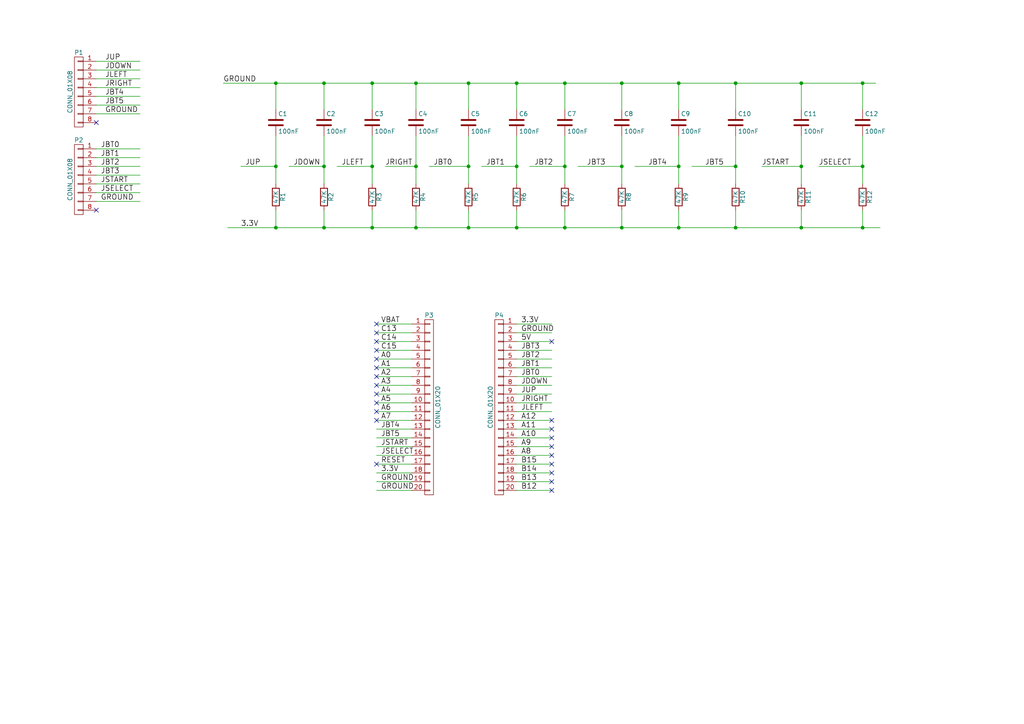
<source format=kicad_sch>
(kicad_sch (version 20211123) (generator eeschema)

  (uuid ed65e49d-77ae-407f-a5cf-60ffc87cee7f)

  (paper "A4")

  (lib_symbols
    (symbol "joystick-gpio-rescue:C" (pin_numbers hide) (pin_names (offset 0.254)) (in_bom yes) (on_board yes)
      (property "Reference" "C" (id 0) (at 0.635 2.54 0)
        (effects (font (size 1.27 1.27)) (justify left))
      )
      (property "Value" "C" (id 1) (at 0.635 -2.54 0)
        (effects (font (size 1.27 1.27)) (justify left))
      )
      (property "Footprint" "" (id 2) (at 0.9652 -3.81 0)
        (effects (font (size 1.27 1.27)))
      )
      (property "Datasheet" "" (id 3) (at 0 0 0)
        (effects (font (size 1.27 1.27)))
      )
      (property "ki_fp_filters" "C? C_????_* C_???? SMD*_c Capacitor*" (id 4) (at 0 0 0)
        (effects (font (size 1.27 1.27)) hide)
      )
      (symbol "C_0_1"
        (polyline
          (pts
            (xy -2.032 -0.762)
            (xy 2.032 -0.762)
          )
          (stroke (width 0.508) (type default) (color 0 0 0 0))
          (fill (type none))
        )
        (polyline
          (pts
            (xy -2.032 0.762)
            (xy 2.032 0.762)
          )
          (stroke (width 0.508) (type default) (color 0 0 0 0))
          (fill (type none))
        )
      )
      (symbol "C_1_1"
        (pin passive line (at 0 3.81 270) (length 2.794)
          (name "~" (effects (font (size 1.27 1.27))))
          (number "1" (effects (font (size 1.27 1.27))))
        )
        (pin passive line (at 0 -3.81 90) (length 2.794)
          (name "~" (effects (font (size 1.27 1.27))))
          (number "2" (effects (font (size 1.27 1.27))))
        )
      )
    )
    (symbol "joystick-gpio-rescue:CONN_01X08" (pin_names (offset 1.016) hide) (in_bom yes) (on_board yes)
      (property "Reference" "P" (id 0) (at 0 11.43 0)
        (effects (font (size 1.27 1.27)))
      )
      (property "Value" "CONN_01X08" (id 1) (at 2.54 0 90)
        (effects (font (size 1.27 1.27)))
      )
      (property "Footprint" "" (id 2) (at 0 0 0)
        (effects (font (size 1.27 1.27)))
      )
      (property "Datasheet" "" (id 3) (at 0 0 0)
        (effects (font (size 1.27 1.27)))
      )
      (property "ki_fp_filters" "Pin_Header_Straight_1X08 Pin_Header_Angled_1X08 Socket_Strip_Straight_1X08 Socket_Strip_Angled_1X08" (id 4) (at 0 0 0)
        (effects (font (size 1.27 1.27)) hide)
      )
      (symbol "CONN_01X08_0_1"
        (rectangle (start -1.27 -10.16) (end 1.27 10.16)
          (stroke (width 0) (type default) (color 0 0 0 0))
          (fill (type none))
        )
        (rectangle (start -1.27 -8.763) (end 0.254 -9.017)
          (stroke (width 0) (type default) (color 0 0 0 0))
          (fill (type none))
        )
        (rectangle (start -1.27 -6.223) (end 0.254 -6.477)
          (stroke (width 0) (type default) (color 0 0 0 0))
          (fill (type none))
        )
        (rectangle (start -1.27 -3.683) (end 0.254 -3.937)
          (stroke (width 0) (type default) (color 0 0 0 0))
          (fill (type none))
        )
        (rectangle (start -1.27 -1.143) (end 0.254 -1.397)
          (stroke (width 0) (type default) (color 0 0 0 0))
          (fill (type none))
        )
        (rectangle (start -1.27 1.397) (end 0.254 1.143)
          (stroke (width 0) (type default) (color 0 0 0 0))
          (fill (type none))
        )
        (rectangle (start -1.27 3.937) (end 0.254 3.683)
          (stroke (width 0) (type default) (color 0 0 0 0))
          (fill (type none))
        )
        (rectangle (start -1.27 6.477) (end 0.254 6.223)
          (stroke (width 0) (type default) (color 0 0 0 0))
          (fill (type none))
        )
        (rectangle (start -1.27 9.017) (end 0.254 8.763)
          (stroke (width 0) (type default) (color 0 0 0 0))
          (fill (type none))
        )
      )
      (symbol "CONN_01X08_1_1"
        (pin passive line (at -5.08 8.89 0) (length 3.81)
          (name "P1" (effects (font (size 1.27 1.27))))
          (number "1" (effects (font (size 1.27 1.27))))
        )
        (pin passive line (at -5.08 6.35 0) (length 3.81)
          (name "P2" (effects (font (size 1.27 1.27))))
          (number "2" (effects (font (size 1.27 1.27))))
        )
        (pin passive line (at -5.08 3.81 0) (length 3.81)
          (name "P3" (effects (font (size 1.27 1.27))))
          (number "3" (effects (font (size 1.27 1.27))))
        )
        (pin passive line (at -5.08 1.27 0) (length 3.81)
          (name "P4" (effects (font (size 1.27 1.27))))
          (number "4" (effects (font (size 1.27 1.27))))
        )
        (pin passive line (at -5.08 -1.27 0) (length 3.81)
          (name "P5" (effects (font (size 1.27 1.27))))
          (number "5" (effects (font (size 1.27 1.27))))
        )
        (pin passive line (at -5.08 -3.81 0) (length 3.81)
          (name "P6" (effects (font (size 1.27 1.27))))
          (number "6" (effects (font (size 1.27 1.27))))
        )
        (pin passive line (at -5.08 -6.35 0) (length 3.81)
          (name "P7" (effects (font (size 1.27 1.27))))
          (number "7" (effects (font (size 1.27 1.27))))
        )
        (pin passive line (at -5.08 -8.89 0) (length 3.81)
          (name "P8" (effects (font (size 1.27 1.27))))
          (number "8" (effects (font (size 1.27 1.27))))
        )
      )
    )
    (symbol "joystick-gpio-rescue:CONN_01X20" (pin_names (offset 1.016) hide) (in_bom yes) (on_board yes)
      (property "Reference" "P" (id 0) (at 0 26.67 0)
        (effects (font (size 1.27 1.27)))
      )
      (property "Value" "CONN_01X20" (id 1) (at 2.54 0 90)
        (effects (font (size 1.27 1.27)))
      )
      (property "Footprint" "" (id 2) (at 0 0 0)
        (effects (font (size 1.27 1.27)))
      )
      (property "Datasheet" "" (id 3) (at 0 0 0)
        (effects (font (size 1.27 1.27)))
      )
      (property "ki_fp_filters" "Pin_Header_Straight_1X20 Pin_Header_Angled_1X20 Socket_Strip_Straight_1X20 Socket_Strip_Angled_1X20" (id 4) (at 0 0 0)
        (effects (font (size 1.27 1.27)) hide)
      )
      (symbol "CONN_01X20_0_1"
        (rectangle (start -1.27 -25.4) (end 1.27 25.4)
          (stroke (width 0) (type default) (color 0 0 0 0))
          (fill (type none))
        )
        (rectangle (start -1.27 -24.003) (end 0.254 -24.257)
          (stroke (width 0) (type default) (color 0 0 0 0))
          (fill (type none))
        )
        (rectangle (start -1.27 -21.463) (end 0.254 -21.717)
          (stroke (width 0) (type default) (color 0 0 0 0))
          (fill (type none))
        )
        (rectangle (start -1.27 -18.923) (end 0.254 -19.177)
          (stroke (width 0) (type default) (color 0 0 0 0))
          (fill (type none))
        )
        (rectangle (start -1.27 -16.383) (end 0.254 -16.637)
          (stroke (width 0) (type default) (color 0 0 0 0))
          (fill (type none))
        )
        (rectangle (start -1.27 -13.843) (end 0.254 -14.097)
          (stroke (width 0) (type default) (color 0 0 0 0))
          (fill (type none))
        )
        (rectangle (start -1.27 -11.303) (end 0.254 -11.557)
          (stroke (width 0) (type default) (color 0 0 0 0))
          (fill (type none))
        )
        (rectangle (start -1.27 -8.763) (end 0.254 -9.017)
          (stroke (width 0) (type default) (color 0 0 0 0))
          (fill (type none))
        )
        (rectangle (start -1.27 -6.223) (end 0.254 -6.477)
          (stroke (width 0) (type default) (color 0 0 0 0))
          (fill (type none))
        )
        (rectangle (start -1.27 -3.683) (end 0.254 -3.937)
          (stroke (width 0) (type default) (color 0 0 0 0))
          (fill (type none))
        )
        (rectangle (start -1.27 -1.143) (end 0.254 -1.397)
          (stroke (width 0) (type default) (color 0 0 0 0))
          (fill (type none))
        )
        (rectangle (start -1.27 1.397) (end 0.254 1.143)
          (stroke (width 0) (type default) (color 0 0 0 0))
          (fill (type none))
        )
        (rectangle (start -1.27 3.937) (end 0.254 3.683)
          (stroke (width 0) (type default) (color 0 0 0 0))
          (fill (type none))
        )
        (rectangle (start -1.27 6.477) (end 0.254 6.223)
          (stroke (width 0) (type default) (color 0 0 0 0))
          (fill (type none))
        )
        (rectangle (start -1.27 9.017) (end 0.254 8.763)
          (stroke (width 0) (type default) (color 0 0 0 0))
          (fill (type none))
        )
        (rectangle (start -1.27 11.557) (end 0.254 11.303)
          (stroke (width 0) (type default) (color 0 0 0 0))
          (fill (type none))
        )
        (rectangle (start -1.27 14.097) (end 0.254 13.843)
          (stroke (width 0) (type default) (color 0 0 0 0))
          (fill (type none))
        )
        (rectangle (start -1.27 16.637) (end 0.254 16.383)
          (stroke (width 0) (type default) (color 0 0 0 0))
          (fill (type none))
        )
        (rectangle (start -1.27 19.177) (end 0.254 18.923)
          (stroke (width 0) (type default) (color 0 0 0 0))
          (fill (type none))
        )
        (rectangle (start -1.27 21.717) (end 0.254 21.463)
          (stroke (width 0) (type default) (color 0 0 0 0))
          (fill (type none))
        )
        (rectangle (start -1.27 24.257) (end 0.254 24.003)
          (stroke (width 0) (type default) (color 0 0 0 0))
          (fill (type none))
        )
      )
      (symbol "CONN_01X20_1_1"
        (pin passive line (at -5.08 24.13 0) (length 3.81)
          (name "P1" (effects (font (size 1.27 1.27))))
          (number "1" (effects (font (size 1.27 1.27))))
        )
        (pin passive line (at -5.08 1.27 0) (length 3.81)
          (name "P10" (effects (font (size 1.27 1.27))))
          (number "10" (effects (font (size 1.27 1.27))))
        )
        (pin passive line (at -5.08 -1.27 0) (length 3.81)
          (name "P11" (effects (font (size 1.27 1.27))))
          (number "11" (effects (font (size 1.27 1.27))))
        )
        (pin passive line (at -5.08 -3.81 0) (length 3.81)
          (name "P12" (effects (font (size 1.27 1.27))))
          (number "12" (effects (font (size 1.27 1.27))))
        )
        (pin passive line (at -5.08 -6.35 0) (length 3.81)
          (name "P13" (effects (font (size 1.27 1.27))))
          (number "13" (effects (font (size 1.27 1.27))))
        )
        (pin passive line (at -5.08 -8.89 0) (length 3.81)
          (name "P14" (effects (font (size 1.27 1.27))))
          (number "14" (effects (font (size 1.27 1.27))))
        )
        (pin passive line (at -5.08 -11.43 0) (length 3.81)
          (name "P15" (effects (font (size 1.27 1.27))))
          (number "15" (effects (font (size 1.27 1.27))))
        )
        (pin passive line (at -5.08 -13.97 0) (length 3.81)
          (name "P16" (effects (font (size 1.27 1.27))))
          (number "16" (effects (font (size 1.27 1.27))))
        )
        (pin passive line (at -5.08 -16.51 0) (length 3.81)
          (name "P17" (effects (font (size 1.27 1.27))))
          (number "17" (effects (font (size 1.27 1.27))))
        )
        (pin passive line (at -5.08 -19.05 0) (length 3.81)
          (name "P18" (effects (font (size 1.27 1.27))))
          (number "18" (effects (font (size 1.27 1.27))))
        )
        (pin passive line (at -5.08 -21.59 0) (length 3.81)
          (name "P19" (effects (font (size 1.27 1.27))))
          (number "19" (effects (font (size 1.27 1.27))))
        )
        (pin passive line (at -5.08 21.59 0) (length 3.81)
          (name "P2" (effects (font (size 1.27 1.27))))
          (number "2" (effects (font (size 1.27 1.27))))
        )
        (pin passive line (at -5.08 -24.13 0) (length 3.81)
          (name "P20" (effects (font (size 1.27 1.27))))
          (number "20" (effects (font (size 1.27 1.27))))
        )
        (pin passive line (at -5.08 19.05 0) (length 3.81)
          (name "P3" (effects (font (size 1.27 1.27))))
          (number "3" (effects (font (size 1.27 1.27))))
        )
        (pin passive line (at -5.08 16.51 0) (length 3.81)
          (name "P4" (effects (font (size 1.27 1.27))))
          (number "4" (effects (font (size 1.27 1.27))))
        )
        (pin passive line (at -5.08 13.97 0) (length 3.81)
          (name "P5" (effects (font (size 1.27 1.27))))
          (number "5" (effects (font (size 1.27 1.27))))
        )
        (pin passive line (at -5.08 11.43 0) (length 3.81)
          (name "P6" (effects (font (size 1.27 1.27))))
          (number "6" (effects (font (size 1.27 1.27))))
        )
        (pin passive line (at -5.08 8.89 0) (length 3.81)
          (name "P7" (effects (font (size 1.27 1.27))))
          (number "7" (effects (font (size 1.27 1.27))))
        )
        (pin passive line (at -5.08 6.35 0) (length 3.81)
          (name "P8" (effects (font (size 1.27 1.27))))
          (number "8" (effects (font (size 1.27 1.27))))
        )
        (pin passive line (at -5.08 3.81 0) (length 3.81)
          (name "P9" (effects (font (size 1.27 1.27))))
          (number "9" (effects (font (size 1.27 1.27))))
        )
      )
    )
    (symbol "joystick-gpio-rescue:R" (pin_numbers hide) (pin_names (offset 0)) (in_bom yes) (on_board yes)
      (property "Reference" "R" (id 0) (at 2.032 0 90)
        (effects (font (size 1.27 1.27)))
      )
      (property "Value" "R" (id 1) (at 0 0 90)
        (effects (font (size 1.27 1.27)))
      )
      (property "Footprint" "" (id 2) (at -1.778 0 90)
        (effects (font (size 1.27 1.27)))
      )
      (property "Datasheet" "" (id 3) (at 0 0 0)
        (effects (font (size 1.27 1.27)))
      )
      (property "ki_fp_filters" "R_* Resistor_*" (id 4) (at 0 0 0)
        (effects (font (size 1.27 1.27)) hide)
      )
      (symbol "R_0_1"
        (rectangle (start -1.016 -2.54) (end 1.016 2.54)
          (stroke (width 0.254) (type default) (color 0 0 0 0))
          (fill (type none))
        )
      )
      (symbol "R_1_1"
        (pin passive line (at 0 3.81 270) (length 1.27)
          (name "~" (effects (font (size 1.27 1.27))))
          (number "1" (effects (font (size 1.27 1.27))))
        )
        (pin passive line (at 0 -3.81 90) (length 1.27)
          (name "~" (effects (font (size 1.27 1.27))))
          (number "2" (effects (font (size 1.27 1.27))))
        )
      )
    )
  )

  (junction (at 107.95 66.04) (diameter 0) (color 0 0 0 0)
    (uuid 013f5eec-f2d0-4b50-a71b-ff3e2a66c7a3)
  )
  (junction (at 196.85 48.26) (diameter 0) (color 0 0 0 0)
    (uuid 02e87dc1-92ea-4c84-8787-f48b18218b7a)
  )
  (junction (at 149.86 48.26) (diameter 0) (color 0 0 0 0)
    (uuid 0b937f32-2609-4767-b84d-a1632066f723)
  )
  (junction (at 80.01 48.26) (diameter 0) (color 0 0 0 0)
    (uuid 1aa48519-cecd-4f68-afab-8bc9d287d0ff)
  )
  (junction (at 213.36 24.13) (diameter 0) (color 0 0 0 0)
    (uuid 1b028c75-2c5a-4964-b41b-e442a08732b1)
  )
  (junction (at 149.86 24.13) (diameter 0) (color 0 0 0 0)
    (uuid 1b7b6634-72e9-4f5d-be70-12d0e89da6c3)
  )
  (junction (at 250.19 24.13) (diameter 0) (color 0 0 0 0)
    (uuid 2d2d50b5-d3e6-479d-b931-e614013400c3)
  )
  (junction (at 196.85 24.13) (diameter 0) (color 0 0 0 0)
    (uuid 3d593b95-95fa-478c-a2c8-53d1ada9cca0)
  )
  (junction (at 163.83 24.13) (diameter 0) (color 0 0 0 0)
    (uuid 3fd16659-10b8-4d66-b7e3-d7ad6b1d0699)
  )
  (junction (at 135.89 24.13) (diameter 0) (color 0 0 0 0)
    (uuid 5bd232d8-7288-43cf-bbbb-925c488006d6)
  )
  (junction (at 93.98 48.26) (diameter 0) (color 0 0 0 0)
    (uuid 5f9fae3c-8cee-417c-a82a-540a96eec5c7)
  )
  (junction (at 250.19 48.26) (diameter 0) (color 0 0 0 0)
    (uuid 68424b65-5854-4d23-9bce-7d729c81fa58)
  )
  (junction (at 120.65 24.13) (diameter 0) (color 0 0 0 0)
    (uuid 72c1b15c-ad3e-4523-85c0-9d0b31485fcd)
  )
  (junction (at 232.41 48.26) (diameter 0) (color 0 0 0 0)
    (uuid 74000834-842b-4728-9d38-482d54854f68)
  )
  (junction (at 93.98 66.04) (diameter 0) (color 0 0 0 0)
    (uuid 7b62a8e2-c04b-403b-b14b-71f857e5ce97)
  )
  (junction (at 213.36 66.04) (diameter 0) (color 0 0 0 0)
    (uuid 7cbb7094-b7a5-49b5-9d95-c3ed9f6414ee)
  )
  (junction (at 180.34 48.26) (diameter 0) (color 0 0 0 0)
    (uuid 802f6e59-7bed-47d5-9c3f-8f819227b051)
  )
  (junction (at 196.85 66.04) (diameter 0) (color 0 0 0 0)
    (uuid 81419a5d-b036-42ce-ad16-bb29587db35a)
  )
  (junction (at 107.95 48.26) (diameter 0) (color 0 0 0 0)
    (uuid 81cac65d-3d14-45a2-be2e-d9011fc374c6)
  )
  (junction (at 213.36 48.26) (diameter 0) (color 0 0 0 0)
    (uuid 845508b9-56c1-4df2-a04d-3336e932a8b5)
  )
  (junction (at 232.41 66.04) (diameter 0) (color 0 0 0 0)
    (uuid 86b38308-399a-4eb9-a6e3-0c0877bb895d)
  )
  (junction (at 163.83 48.26) (diameter 0) (color 0 0 0 0)
    (uuid 97a848e7-d35d-4338-b4d4-684502c47054)
  )
  (junction (at 80.01 66.04) (diameter 0) (color 0 0 0 0)
    (uuid a9539330-7a9e-4996-a2dd-321d56a14092)
  )
  (junction (at 80.01 24.13) (diameter 0) (color 0 0 0 0)
    (uuid ad9d76e2-437d-435e-8b8b-3522f4ca77e9)
  )
  (junction (at 135.89 66.04) (diameter 0) (color 0 0 0 0)
    (uuid ae11ed62-36b6-4978-96aa-caf9934c9fba)
  )
  (junction (at 163.83 66.04) (diameter 0) (color 0 0 0 0)
    (uuid b693d1b6-eee2-4910-a5c3-5441faa7ac7e)
  )
  (junction (at 180.34 66.04) (diameter 0) (color 0 0 0 0)
    (uuid c0dd6704-15b7-4ab3-9321-79f3b6d074dc)
  )
  (junction (at 93.98 24.13) (diameter 0) (color 0 0 0 0)
    (uuid c796002f-cd4a-4839-b3a9-26b7096b0d16)
  )
  (junction (at 107.95 24.13) (diameter 0) (color 0 0 0 0)
    (uuid d747e029-3f73-4455-a1a8-dd723360b857)
  )
  (junction (at 250.19 66.04) (diameter 0) (color 0 0 0 0)
    (uuid d8c143ad-d85f-44ea-8904-3712e8042217)
  )
  (junction (at 180.34 24.13) (diameter 0) (color 0 0 0 0)
    (uuid db48279d-f3af-438d-891d-e72e0d939e89)
  )
  (junction (at 232.41 24.13) (diameter 0) (color 0 0 0 0)
    (uuid dd7f55c3-3058-4d0c-9415-58c9123c9403)
  )
  (junction (at 149.86 66.04) (diameter 0) (color 0 0 0 0)
    (uuid e5c1ddc2-7e49-4644-ae91-5ff407212a77)
  )
  (junction (at 120.65 48.26) (diameter 0) (color 0 0 0 0)
    (uuid eae4a714-d328-49f1-a94c-d8b84186f1d5)
  )
  (junction (at 120.65 66.04) (diameter 0) (color 0 0 0 0)
    (uuid eae702f2-a3a5-4192-aff1-872732583904)
  )
  (junction (at 135.89 48.26) (diameter 0) (color 0 0 0 0)
    (uuid ee440b6e-69d6-44d4-92ee-f0549b17f76a)
  )

  (no_connect (at 109.22 99.06) (uuid 0b1ca8ee-f603-43c6-b934-3dcf7ecd147a))
  (no_connect (at 27.94 60.96) (uuid 143b495f-b3e4-4e5f-82ad-8036305062c4))
  (no_connect (at 109.22 114.3) (uuid 173d5e63-4192-4b64-aeb4-e0758791bfd6))
  (no_connect (at 160.02 139.7) (uuid 20acf4c2-aede-4dee-ade9-d981c468684a))
  (no_connect (at 160.02 127) (uuid 2766849a-df1b-4aa6-9d41-827b72125297))
  (no_connect (at 109.22 101.6) (uuid 28c68605-28ce-430c-986a-c197628e4b7a))
  (no_connect (at 109.22 109.22) (uuid 47dcae07-e122-4eeb-b9b1-aa11a4366d59))
  (no_connect (at 160.02 134.62) (uuid 59625efc-4bd3-4014-a492-126ac175bbf2))
  (no_connect (at 109.22 121.92) (uuid 6649f41a-ca98-43e4-8c36-441a8280c2e1))
  (no_connect (at 160.02 137.16) (uuid 669027fa-ec45-4112-9dbc-dc37f0e63867))
  (no_connect (at 109.22 93.98) (uuid 6845caeb-6485-48fb-9c50-6cb716fb69d9))
  (no_connect (at 160.02 132.08) (uuid 6f763660-8cca-4f7f-9684-6fe4df7160d2))
  (no_connect (at 160.02 129.54) (uuid 7a112b78-c1bd-4dd0-879d-ca2b49cb199c))
  (no_connect (at 109.22 104.14) (uuid 942118ef-11bd-4f41-8583-348c3e6e595c))
  (no_connect (at 160.02 142.24) (uuid 9511652d-903c-4019-9f65-0a192bb4388e))
  (no_connect (at 160.02 99.06) (uuid 99a0dda6-8f49-4e3d-a67f-cf43a69b6fcf))
  (no_connect (at 109.22 96.52) (uuid a78d3080-3cc4-49c5-8b28-c695a6a27c3e))
  (no_connect (at 109.22 111.76) (uuid ab1bbb3b-0fbb-44ba-87d8-c0f7372ea84d))
  (no_connect (at 109.22 106.68) (uuid b390dc9b-0f0b-45dd-99a1-c7993e7ca85b))
  (no_connect (at 109.22 119.38) (uuid b805079a-1622-4dce-9716-a71b7cc111d8))
  (no_connect (at 160.02 124.46) (uuid bd4aee2e-7621-4b03-8c31-a993c30b201c))
  (no_connect (at 27.94 35.56) (uuid c58dd395-34af-4953-829a-41aa94eb17af))
  (no_connect (at 109.22 116.84) (uuid e8113dc7-17e5-4a26-a707-050e6d4f1811))
  (no_connect (at 160.02 121.92) (uuid ec5341e1-4483-4eaf-89ea-735a488890c0))
  (no_connect (at 109.22 134.62) (uuid fca6177b-d012-44f8-9bc7-9ccafed45b60))

  (wire (pts (xy 149.86 109.22) (xy 160.02 109.22))
    (stroke (width 0) (type default) (color 0 0 0 0))
    (uuid 00f7e05a-66b3-446a-badf-1fcd4fe33e68)
  )
  (wire (pts (xy 180.34 60.96) (xy 180.34 66.04))
    (stroke (width 0) (type default) (color 0 0 0 0))
    (uuid 036502da-b6fd-4804-aa44-b0a22b80d867)
  )
  (wire (pts (xy 119.38 134.62) (xy 109.22 134.62))
    (stroke (width 0) (type default) (color 0 0 0 0))
    (uuid 03876462-6e72-4b03-a40a-bf73d429b19c)
  )
  (wire (pts (xy 149.86 48.26) (xy 139.7 48.26))
    (stroke (width 0) (type default) (color 0 0 0 0))
    (uuid 04e4327a-e2c4-42d2-a5d3-908494f7f514)
  )
  (wire (pts (xy 149.86 106.68) (xy 160.02 106.68))
    (stroke (width 0) (type default) (color 0 0 0 0))
    (uuid 051d2f62-3f27-408e-b047-752cb3da43c8)
  )
  (wire (pts (xy 80.01 24.13) (xy 93.98 24.13))
    (stroke (width 0) (type default) (color 0 0 0 0))
    (uuid 067fb0c9-23bf-4c22-b7b1-2d8b01c8f993)
  )
  (wire (pts (xy 149.86 24.13) (xy 163.83 24.13))
    (stroke (width 0) (type default) (color 0 0 0 0))
    (uuid 0cdb949c-4141-460d-b14e-44d9f5074341)
  )
  (wire (pts (xy 163.83 60.96) (xy 163.83 66.04))
    (stroke (width 0) (type default) (color 0 0 0 0))
    (uuid 0f9ea028-76fe-4e6d-b3e2-c5420956396a)
  )
  (wire (pts (xy 119.38 129.54) (xy 109.22 129.54))
    (stroke (width 0) (type default) (color 0 0 0 0))
    (uuid 0fe28f34-6514-48d6-9511-89c35772524f)
  )
  (wire (pts (xy 196.85 53.34) (xy 196.85 48.26))
    (stroke (width 0) (type default) (color 0 0 0 0))
    (uuid 10e360ca-9bea-4ec0-964e-2fe719fe7b7d)
  )
  (wire (pts (xy 93.98 48.26) (xy 83.82 48.26))
    (stroke (width 0) (type default) (color 0 0 0 0))
    (uuid 1268f22e-513c-45f6-b22a-81a34fd5861e)
  )
  (wire (pts (xy 80.01 66.04) (xy 93.98 66.04))
    (stroke (width 0) (type default) (color 0 0 0 0))
    (uuid 12dca5d4-3ef5-4ae2-9b46-30461e176b01)
  )
  (wire (pts (xy 184.15 48.26) (xy 196.85 48.26))
    (stroke (width 0) (type default) (color 0 0 0 0))
    (uuid 15b3d443-76c3-4d98-a751-4d1b93985f14)
  )
  (wire (pts (xy 149.86 99.06) (xy 160.02 99.06))
    (stroke (width 0) (type default) (color 0 0 0 0))
    (uuid 165cddde-753f-448c-a7dc-09636af8a971)
  )
  (wire (pts (xy 149.86 101.6) (xy 160.02 101.6))
    (stroke (width 0) (type default) (color 0 0 0 0))
    (uuid 167bbe83-14fb-43dc-a2e7-341fa02ffdcb)
  )
  (wire (pts (xy 27.94 58.42) (xy 40.64 58.42))
    (stroke (width 0) (type default) (color 0 0 0 0))
    (uuid 169904e1-b906-44dd-94d4-66f1e29102f0)
  )
  (wire (pts (xy 93.98 60.96) (xy 93.98 66.04))
    (stroke (width 0) (type default) (color 0 0 0 0))
    (uuid 1adacfad-0055-46e4-8b98-899ec8a10777)
  )
  (wire (pts (xy 163.83 31.75) (xy 163.83 24.13))
    (stroke (width 0) (type default) (color 0 0 0 0))
    (uuid 1b508bde-295b-4351-b4f7-932821ffa97b)
  )
  (wire (pts (xy 232.41 60.96) (xy 232.41 66.04))
    (stroke (width 0) (type default) (color 0 0 0 0))
    (uuid 1b81a1a8-bd3f-4855-b4af-83331f2090bf)
  )
  (wire (pts (xy 27.94 43.18) (xy 40.64 43.18))
    (stroke (width 0) (type default) (color 0 0 0 0))
    (uuid 1ba519b0-df58-4e59-a9ed-ad18ad2745f6)
  )
  (wire (pts (xy 27.94 48.26) (xy 40.64 48.26))
    (stroke (width 0) (type default) (color 0 0 0 0))
    (uuid 1bf53079-af24-4758-ae59-d35d69209232)
  )
  (wire (pts (xy 232.41 48.26) (xy 220.98 48.26))
    (stroke (width 0) (type default) (color 0 0 0 0))
    (uuid 1dd4d31c-9fe8-49aa-8ccb-c0c8332d89f5)
  )
  (wire (pts (xy 93.98 39.37) (xy 93.98 48.26))
    (stroke (width 0) (type default) (color 0 0 0 0))
    (uuid 1ec053df-d79a-4ff4-a5f5-b530d6ffc6e9)
  )
  (wire (pts (xy 27.94 27.94) (xy 40.64 27.94))
    (stroke (width 0) (type default) (color 0 0 0 0))
    (uuid 1fdbeb0d-b532-44cb-a4ad-1266ccb98d4a)
  )
  (wire (pts (xy 27.94 20.32) (xy 40.64 20.32))
    (stroke (width 0) (type default) (color 0 0 0 0))
    (uuid 22484ffb-0b90-46db-b017-c9b53f29509a)
  )
  (wire (pts (xy 180.34 39.37) (xy 180.34 48.26))
    (stroke (width 0) (type default) (color 0 0 0 0))
    (uuid 25a431d6-c987-46f4-9953-3f82fcb7538c)
  )
  (wire (pts (xy 119.38 111.76) (xy 109.22 111.76))
    (stroke (width 0) (type default) (color 0 0 0 0))
    (uuid 2706e22a-7acb-4f5e-8bc6-605bf3082198)
  )
  (wire (pts (xy 27.94 25.4) (xy 40.64 25.4))
    (stroke (width 0) (type default) (color 0 0 0 0))
    (uuid 290392e3-0d5b-4ead-b60f-8e77273ebc5a)
  )
  (wire (pts (xy 135.89 53.34) (xy 135.89 48.26))
    (stroke (width 0) (type default) (color 0 0 0 0))
    (uuid 298ba11c-ec34-4a56-b6dc-fd4125b9ac86)
  )
  (wire (pts (xy 119.38 104.14) (xy 109.22 104.14))
    (stroke (width 0) (type default) (color 0 0 0 0))
    (uuid 29bc5d4b-5005-470a-bf07-5b5f3a38e282)
  )
  (wire (pts (xy 119.38 132.08) (xy 109.22 132.08))
    (stroke (width 0) (type default) (color 0 0 0 0))
    (uuid 29d44d89-ef2d-4c22-a9f0-df5360a62892)
  )
  (wire (pts (xy 149.86 121.92) (xy 160.02 121.92))
    (stroke (width 0) (type default) (color 0 0 0 0))
    (uuid 2c5c8f93-f300-416e-a4d9-4443a264de13)
  )
  (wire (pts (xy 250.19 60.96) (xy 250.19 66.04))
    (stroke (width 0) (type default) (color 0 0 0 0))
    (uuid 2e7074a9-8f71-4208-a054-057960b9fd5e)
  )
  (wire (pts (xy 135.89 24.13) (xy 149.86 24.13))
    (stroke (width 0) (type default) (color 0 0 0 0))
    (uuid 31edb0ac-747f-4232-9309-320472a23ea2)
  )
  (wire (pts (xy 250.19 24.13) (xy 254 24.13))
    (stroke (width 0) (type default) (color 0 0 0 0))
    (uuid 334c67f1-6f94-4a6e-b682-1be022b2dd1f)
  )
  (wire (pts (xy 107.95 31.75) (xy 107.95 24.13))
    (stroke (width 0) (type default) (color 0 0 0 0))
    (uuid 34d5ffc3-3fd9-4982-81cc-f9b37ebbd6a7)
  )
  (wire (pts (xy 196.85 66.04) (xy 213.36 66.04))
    (stroke (width 0) (type default) (color 0 0 0 0))
    (uuid 373e2e22-4ae0-4791-a54c-7c2fd0a47f7c)
  )
  (wire (pts (xy 27.94 33.02) (xy 40.64 33.02))
    (stroke (width 0) (type default) (color 0 0 0 0))
    (uuid 3ec82894-4b1f-497f-942e-2784b072b78c)
  )
  (wire (pts (xy 149.86 96.52) (xy 160.02 96.52))
    (stroke (width 0) (type default) (color 0 0 0 0))
    (uuid 3fa9be47-a2ec-4a0d-8ec0-d1b162d1ff60)
  )
  (wire (pts (xy 80.01 48.26) (xy 80.01 53.34))
    (stroke (width 0) (type default) (color 0 0 0 0))
    (uuid 442dfdce-5c96-40ee-968d-6124ae6a72e8)
  )
  (wire (pts (xy 180.34 66.04) (xy 196.85 66.04))
    (stroke (width 0) (type default) (color 0 0 0 0))
    (uuid 46c13a10-54b2-4381-91b0-84dade636555)
  )
  (wire (pts (xy 149.86 129.54) (xy 160.02 129.54))
    (stroke (width 0) (type default) (color 0 0 0 0))
    (uuid 4745bbba-195b-47ce-a0b6-3503c3ca6e16)
  )
  (wire (pts (xy 232.41 24.13) (xy 250.19 24.13))
    (stroke (width 0) (type default) (color 0 0 0 0))
    (uuid 5309887c-4763-4f8e-966c-684a34469b1d)
  )
  (wire (pts (xy 232.41 31.75) (xy 232.41 24.13))
    (stroke (width 0) (type default) (color 0 0 0 0))
    (uuid 5a20406b-07fb-4d6a-b9fd-cc6e097e66ec)
  )
  (wire (pts (xy 120.65 31.75) (xy 120.65 24.13))
    (stroke (width 0) (type default) (color 0 0 0 0))
    (uuid 5de4fbb2-1b94-40fa-a7eb-5ad36fe8b0cd)
  )
  (wire (pts (xy 93.98 31.75) (xy 93.98 24.13))
    (stroke (width 0) (type default) (color 0 0 0 0))
    (uuid 5df8dfe9-3646-45a0-a2cb-e6035ec1321b)
  )
  (wire (pts (xy 213.36 31.75) (xy 213.36 24.13))
    (stroke (width 0) (type default) (color 0 0 0 0))
    (uuid 5ee748ad-d720-4dcf-b44f-bf0a6b0b8608)
  )
  (wire (pts (xy 200.66 48.26) (xy 213.36 48.26))
    (stroke (width 0) (type default) (color 0 0 0 0))
    (uuid 6185be90-95d1-4450-a71a-d6bd8d06fefd)
  )
  (wire (pts (xy 135.89 60.96) (xy 135.89 66.04))
    (stroke (width 0) (type default) (color 0 0 0 0))
    (uuid 624abd91-bcbf-4cbf-85d5-abffa2a24afe)
  )
  (wire (pts (xy 149.86 132.08) (xy 160.02 132.08))
    (stroke (width 0) (type default) (color 0 0 0 0))
    (uuid 641e4a17-2843-429a-92b8-0a09e7873819)
  )
  (wire (pts (xy 250.19 39.37) (xy 250.19 48.26))
    (stroke (width 0) (type default) (color 0 0 0 0))
    (uuid 65fd0287-8526-4897-84ae-7d05a30ef170)
  )
  (wire (pts (xy 149.86 60.96) (xy 149.86 66.04))
    (stroke (width 0) (type default) (color 0 0 0 0))
    (uuid 68423df3-f53b-4b6a-88e9-18002a59fdcc)
  )
  (wire (pts (xy 107.95 24.13) (xy 120.65 24.13))
    (stroke (width 0) (type default) (color 0 0 0 0))
    (uuid 689cb426-0710-4f61-87de-81b5add45036)
  )
  (wire (pts (xy 27.94 22.86) (xy 40.64 22.86))
    (stroke (width 0) (type default) (color 0 0 0 0))
    (uuid 6c80bf07-35dd-4998-ae7c-cbd6ab940d12)
  )
  (wire (pts (xy 149.86 66.04) (xy 163.83 66.04))
    (stroke (width 0) (type default) (color 0 0 0 0))
    (uuid 6e16ea21-8aa0-4509-b643-3742d4fa24b5)
  )
  (wire (pts (xy 119.38 114.3) (xy 109.22 114.3))
    (stroke (width 0) (type default) (color 0 0 0 0))
    (uuid 7023b6f6-4489-4426-a0e4-968901e0b4ea)
  )
  (wire (pts (xy 196.85 60.96) (xy 196.85 66.04))
    (stroke (width 0) (type default) (color 0 0 0 0))
    (uuid 73f62fb5-9cd1-4c50-883e-c82eb42ad00d)
  )
  (wire (pts (xy 149.86 93.98) (xy 160.02 93.98))
    (stroke (width 0) (type default) (color 0 0 0 0))
    (uuid 7520375f-56cb-4e8b-bd9d-63153e2d39bd)
  )
  (wire (pts (xy 213.36 53.34) (xy 213.36 48.26))
    (stroke (width 0) (type default) (color 0 0 0 0))
    (uuid 76a37e5a-6255-44dc-84f1-ea064c8525ee)
  )
  (wire (pts (xy 163.83 24.13) (xy 180.34 24.13))
    (stroke (width 0) (type default) (color 0 0 0 0))
    (uuid 76dd70d6-07e0-4004-9303-db5a73e8cfcd)
  )
  (wire (pts (xy 27.94 45.72) (xy 40.64 45.72))
    (stroke (width 0) (type default) (color 0 0 0 0))
    (uuid 79ab70a4-dcf6-4751-a21c-a6ccbcbb5641)
  )
  (wire (pts (xy 27.94 30.48) (xy 40.64 30.48))
    (stroke (width 0) (type default) (color 0 0 0 0))
    (uuid 7bb8446b-730f-422e-8a1f-82f77f35ae66)
  )
  (wire (pts (xy 119.38 127) (xy 109.22 127))
    (stroke (width 0) (type default) (color 0 0 0 0))
    (uuid 7c2664ee-f4e9-4ead-98ff-18d41301d76c)
  )
  (wire (pts (xy 135.89 48.26) (xy 135.89 39.37))
    (stroke (width 0) (type default) (color 0 0 0 0))
    (uuid 7ea7f81b-044e-42f7-8d11-5415874c7248)
  )
  (wire (pts (xy 119.38 101.6) (xy 109.22 101.6))
    (stroke (width 0) (type default) (color 0 0 0 0))
    (uuid 80ca8274-098c-4edc-976f-b0b55510b7e8)
  )
  (wire (pts (xy 27.94 50.8) (xy 40.64 50.8))
    (stroke (width 0) (type default) (color 0 0 0 0))
    (uuid 868bcecc-3bf0-44eb-bbe2-44bda154b036)
  )
  (wire (pts (xy 120.65 66.04) (xy 135.89 66.04))
    (stroke (width 0) (type default) (color 0 0 0 0))
    (uuid 889d355f-160d-4891-b088-a5a85b63658b)
  )
  (wire (pts (xy 196.85 48.26) (xy 196.85 39.37))
    (stroke (width 0) (type default) (color 0 0 0 0))
    (uuid 896da6df-258e-4802-9c33-064924cd3784)
  )
  (wire (pts (xy 250.19 48.26) (xy 237.49 48.26))
    (stroke (width 0) (type default) (color 0 0 0 0))
    (uuid 8adb3088-8fb5-4f32-8f0b-f0e9effeaa08)
  )
  (wire (pts (xy 93.98 66.04) (xy 107.95 66.04))
    (stroke (width 0) (type default) (color 0 0 0 0))
    (uuid 8b25b27c-59af-484f-aea5-8619f67926bd)
  )
  (wire (pts (xy 149.86 116.84) (xy 160.02 116.84))
    (stroke (width 0) (type default) (color 0 0 0 0))
    (uuid 8e969972-0b99-4eac-98a2-9e2d5a1ea73b)
  )
  (wire (pts (xy 149.86 114.3) (xy 160.02 114.3))
    (stroke (width 0) (type default) (color 0 0 0 0))
    (uuid 8f8b2b7a-0334-40d4-9ecd-243f60f1f328)
  )
  (wire (pts (xy 109.22 93.98) (xy 119.38 93.98))
    (stroke (width 0) (type default) (color 0 0 0 0))
    (uuid 90e9290c-2951-4a38-b903-b48a0fa27ddf)
  )
  (wire (pts (xy 119.38 137.16) (xy 109.22 137.16))
    (stroke (width 0) (type default) (color 0 0 0 0))
    (uuid 92621f2f-dc50-48a8-9249-648b50fbd336)
  )
  (wire (pts (xy 149.86 134.62) (xy 160.02 134.62))
    (stroke (width 0) (type default) (color 0 0 0 0))
    (uuid 9324a5d8-df10-40f4-a586-be13060eaaaa)
  )
  (wire (pts (xy 119.38 121.92) (xy 109.22 121.92))
    (stroke (width 0) (type default) (color 0 0 0 0))
    (uuid 94dd170d-b2e0-4c71-98a7-fb3584925e49)
  )
  (wire (pts (xy 250.19 66.04) (xy 255.27 66.04))
    (stroke (width 0) (type default) (color 0 0 0 0))
    (uuid 96e14615-73a3-44cc-9624-e69cc817b2e7)
  )
  (wire (pts (xy 66.04 66.04) (xy 80.01 66.04))
    (stroke (width 0) (type default) (color 0 0 0 0))
    (uuid 9c628c5f-8eff-4605-8604-f7ecdd7a0da9)
  )
  (wire (pts (xy 93.98 24.13) (xy 107.95 24.13))
    (stroke (width 0) (type default) (color 0 0 0 0))
    (uuid 9cbc665e-eda9-4dc4-990e-3ce5fa118b0b)
  )
  (wire (pts (xy 119.38 109.22) (xy 109.22 109.22))
    (stroke (width 0) (type default) (color 0 0 0 0))
    (uuid 9d629f2a-b466-45d0-8505-617d0c7423dd)
  )
  (wire (pts (xy 213.36 24.13) (xy 232.41 24.13))
    (stroke (width 0) (type default) (color 0 0 0 0))
    (uuid 9e4de826-21cb-4d6d-8972-cdcc9f55d0e1)
  )
  (wire (pts (xy 80.01 60.96) (xy 80.01 66.04))
    (stroke (width 0) (type default) (color 0 0 0 0))
    (uuid 9faa18e3-d506-4f2f-9547-fdb3f28a5c69)
  )
  (wire (pts (xy 149.86 119.38) (xy 160.02 119.38))
    (stroke (width 0) (type default) (color 0 0 0 0))
    (uuid a19629f5-688b-47ac-aa86-0f011d86546f)
  )
  (wire (pts (xy 149.86 137.16) (xy 160.02 137.16))
    (stroke (width 0) (type default) (color 0 0 0 0))
    (uuid a697a5ca-4246-4b8f-86b8-30c8f5ee34c5)
  )
  (wire (pts (xy 80.01 39.37) (xy 80.01 48.26))
    (stroke (width 0) (type default) (color 0 0 0 0))
    (uuid a7c4dac8-d3cc-4ebb-8678-57739ef6cdfb)
  )
  (wire (pts (xy 135.89 48.26) (xy 124.46 48.26))
    (stroke (width 0) (type default) (color 0 0 0 0))
    (uuid a804ef89-0053-4b17-a5c1-ae4bc26f53d7)
  )
  (wire (pts (xy 27.94 17.78) (xy 40.64 17.78))
    (stroke (width 0) (type default) (color 0 0 0 0))
    (uuid ab5f89c3-a703-4db0-bbd4-60c490197863)
  )
  (wire (pts (xy 107.95 60.96) (xy 107.95 66.04))
    (stroke (width 0) (type default) (color 0 0 0 0))
    (uuid aec2b10a-a72c-445c-b4b4-3af316a7d056)
  )
  (wire (pts (xy 64.77 24.13) (xy 80.01 24.13))
    (stroke (width 0) (type default) (color 0 0 0 0))
    (uuid af0448b6-5ebb-4657-9ac8-5298f1c40f93)
  )
  (wire (pts (xy 80.01 48.26) (xy 69.85 48.26))
    (stroke (width 0) (type default) (color 0 0 0 0))
    (uuid b1185dff-865b-48fd-9a93-50a1a30b66dc)
  )
  (wire (pts (xy 163.83 53.34) (xy 163.83 48.26))
    (stroke (width 0) (type default) (color 0 0 0 0))
    (uuid b186b746-f1de-4024-a533-b73067d4ecf4)
  )
  (wire (pts (xy 180.34 48.26) (xy 167.64 48.26))
    (stroke (width 0) (type default) (color 0 0 0 0))
    (uuid b2fca1fc-8d55-4658-8721-548fa4e11835)
  )
  (wire (pts (xy 250.19 48.26) (xy 250.19 53.34))
    (stroke (width 0) (type default) (color 0 0 0 0))
    (uuid b4d6253d-463a-47a7-b057-9d64629a7114)
  )
  (wire (pts (xy 120.65 60.96) (xy 120.65 66.04))
    (stroke (width 0) (type default) (color 0 0 0 0))
    (uuid b4f9bcad-823a-41b0-89b0-beb1ffe2a864)
  )
  (wire (pts (xy 107.95 66.04) (xy 120.65 66.04))
    (stroke (width 0) (type default) (color 0 0 0 0))
    (uuid b5533e76-37fd-491f-874a-27d1b541548f)
  )
  (wire (pts (xy 80.01 31.75) (xy 80.01 24.13))
    (stroke (width 0) (type default) (color 0 0 0 0))
    (uuid b59cf3a8-c95e-42d3-ba08-50436ad90540)
  )
  (wire (pts (xy 213.36 60.96) (xy 213.36 66.04))
    (stroke (width 0) (type default) (color 0 0 0 0))
    (uuid b5a7058d-560a-46fd-a7e7-c9b8ac181327)
  )
  (wire (pts (xy 196.85 31.75) (xy 196.85 24.13))
    (stroke (width 0) (type default) (color 0 0 0 0))
    (uuid b7d3bbf6-2c3f-46a3-b1ac-dbc59f4166d6)
  )
  (wire (pts (xy 119.38 124.46) (xy 109.22 124.46))
    (stroke (width 0) (type default) (color 0 0 0 0))
    (uuid b9b0465c-fc3d-46c0-af40-918113803f60)
  )
  (wire (pts (xy 135.89 66.04) (xy 149.86 66.04))
    (stroke (width 0) (type default) (color 0 0 0 0))
    (uuid ba6e25ea-905f-4a43-85b5-f1e53c7468f6)
  )
  (wire (pts (xy 149.86 111.76) (xy 160.02 111.76))
    (stroke (width 0) (type default) (color 0 0 0 0))
    (uuid bb3ff68c-cdaa-4c7e-aa06-d7278f20ad41)
  )
  (wire (pts (xy 149.86 142.24) (xy 160.02 142.24))
    (stroke (width 0) (type default) (color 0 0 0 0))
    (uuid bd11cd0a-56c7-4eb0-84bf-b089218a3b0a)
  )
  (wire (pts (xy 119.38 139.7) (xy 109.22 139.7))
    (stroke (width 0) (type default) (color 0 0 0 0))
    (uuid bd6be718-157f-4275-b92c-1c383c2e8dee)
  )
  (wire (pts (xy 93.98 48.26) (xy 93.98 53.34))
    (stroke (width 0) (type default) (color 0 0 0 0))
    (uuid bf47bef2-c547-4338-83d1-1b85876eae7f)
  )
  (wire (pts (xy 196.85 24.13) (xy 213.36 24.13))
    (stroke (width 0) (type default) (color 0 0 0 0))
    (uuid c10618cc-df19-44af-8e07-218fc6db8ea7)
  )
  (wire (pts (xy 149.86 31.75) (xy 149.86 24.13))
    (stroke (width 0) (type default) (color 0 0 0 0))
    (uuid c6a5d3c6-4694-4472-a289-335870012649)
  )
  (wire (pts (xy 149.86 127) (xy 160.02 127))
    (stroke (width 0) (type default) (color 0 0 0 0))
    (uuid c6bc94de-15a5-4073-972e-b22977802d2a)
  )
  (wire (pts (xy 119.38 119.38) (xy 109.22 119.38))
    (stroke (width 0) (type default) (color 0 0 0 0))
    (uuid c9932af0-3060-40dd-870c-1e25dda88214)
  )
  (wire (pts (xy 250.19 31.75) (xy 250.19 24.13))
    (stroke (width 0) (type default) (color 0 0 0 0))
    (uuid cbe4b0df-0f0e-4582-8e0e-a1b93b034a88)
  )
  (wire (pts (xy 27.94 55.88) (xy 40.64 55.88))
    (stroke (width 0) (type default) (color 0 0 0 0))
    (uuid cc9fda0e-61f6-4c3e-9193-639a1d79b22a)
  )
  (wire (pts (xy 107.95 48.26) (xy 97.79 48.26))
    (stroke (width 0) (type default) (color 0 0 0 0))
    (uuid ce210f58-2829-4baa-bd41-e3a6a2ff18cd)
  )
  (wire (pts (xy 149.86 104.14) (xy 160.02 104.14))
    (stroke (width 0) (type default) (color 0 0 0 0))
    (uuid cee834dd-1df8-458e-8315-e8dd0463a0be)
  )
  (wire (pts (xy 107.95 48.26) (xy 107.95 53.34))
    (stroke (width 0) (type default) (color 0 0 0 0))
    (uuid d0cee678-841d-41d0-b06b-3ec0c05aa0c6)
  )
  (wire (pts (xy 163.83 48.26) (xy 163.83 39.37))
    (stroke (width 0) (type default) (color 0 0 0 0))
    (uuid d14fb180-37aa-4154-b070-65b33e5cf247)
  )
  (wire (pts (xy 119.38 116.84) (xy 109.22 116.84))
    (stroke (width 0) (type default) (color 0 0 0 0))
    (uuid d2d4cbcc-fd69-4ee7-a319-01a7fb3a415d)
  )
  (wire (pts (xy 107.95 39.37) (xy 107.95 48.26))
    (stroke (width 0) (type default) (color 0 0 0 0))
    (uuid d3388c04-0946-424b-888f-fb390b5707dc)
  )
  (wire (pts (xy 120.65 24.13) (xy 135.89 24.13))
    (stroke (width 0) (type default) (color 0 0 0 0))
    (uuid d3a90c36-3ce0-4e28-8c75-d0f23afc4e6f)
  )
  (wire (pts (xy 120.65 48.26) (xy 120.65 53.34))
    (stroke (width 0) (type default) (color 0 0 0 0))
    (uuid d4aab53a-1ea5-44c2-ab2a-c793e104c667)
  )
  (wire (pts (xy 120.65 39.37) (xy 120.65 48.26))
    (stroke (width 0) (type default) (color 0 0 0 0))
    (uuid d85fa43a-a9f2-457a-949c-d3ff28dea92e)
  )
  (wire (pts (xy 149.86 48.26) (xy 149.86 53.34))
    (stroke (width 0) (type default) (color 0 0 0 0))
    (uuid d98a747c-ad1e-4321-ae57-c9b7d235af5c)
  )
  (wire (pts (xy 149.86 124.46) (xy 160.02 124.46))
    (stroke (width 0) (type default) (color 0 0 0 0))
    (uuid da54d9af-0d34-4a53-a42e-457734d4141e)
  )
  (wire (pts (xy 180.34 31.75) (xy 180.34 24.13))
    (stroke (width 0) (type default) (color 0 0 0 0))
    (uuid db4f25f1-72b4-4eaa-952c-c49cab6718ca)
  )
  (wire (pts (xy 119.38 106.68) (xy 109.22 106.68))
    (stroke (width 0) (type default) (color 0 0 0 0))
    (uuid dda8e9c7-ce42-4461-9164-752355f231f8)
  )
  (wire (pts (xy 149.86 39.37) (xy 149.86 48.26))
    (stroke (width 0) (type default) (color 0 0 0 0))
    (uuid e01b7678-a014-4034-93ed-6ead8ec328c1)
  )
  (wire (pts (xy 119.38 96.52) (xy 109.22 96.52))
    (stroke (width 0) (type default) (color 0 0 0 0))
    (uuid e1f96f96-6297-4e10-b168-7e4c3c3474ae)
  )
  (wire (pts (xy 149.86 139.7) (xy 160.02 139.7))
    (stroke (width 0) (type default) (color 0 0 0 0))
    (uuid e449e494-ab71-431f-acb4-673d1c96c959)
  )
  (wire (pts (xy 213.36 66.04) (xy 232.41 66.04))
    (stroke (width 0) (type default) (color 0 0 0 0))
    (uuid e488a8c1-9e50-47f9-8ff1-f8d64720bba3)
  )
  (wire (pts (xy 27.94 53.34) (xy 40.64 53.34))
    (stroke (width 0) (type default) (color 0 0 0 0))
    (uuid e4a75bce-4b5f-4d97-b6be-82b77ebf8832)
  )
  (wire (pts (xy 180.34 24.13) (xy 196.85 24.13))
    (stroke (width 0) (type default) (color 0 0 0 0))
    (uuid e9ac2d71-37ac-4287-935a-0901eb43c9e9)
  )
  (wire (pts (xy 180.34 48.26) (xy 180.34 53.34))
    (stroke (width 0) (type default) (color 0 0 0 0))
    (uuid e9ea5192-2b43-49da-9eeb-70d383f78e56)
  )
  (wire (pts (xy 213.36 48.26) (xy 213.36 39.37))
    (stroke (width 0) (type default) (color 0 0 0 0))
    (uuid ef15f2de-de81-4524-9c3b-e5a565130771)
  )
  (wire (pts (xy 119.38 142.24) (xy 109.22 142.24))
    (stroke (width 0) (type default) (color 0 0 0 0))
    (uuid f078e617-4404-4553-93f6-a9b4a5c7da37)
  )
  (wire (pts (xy 163.83 66.04) (xy 180.34 66.04))
    (stroke (width 0) (type default) (color 0 0 0 0))
    (uuid f0d4ea76-6fcc-440e-87ae-1d34c953ec0d)
  )
  (wire (pts (xy 232.41 39.37) (xy 232.41 48.26))
    (stroke (width 0) (type default) (color 0 0 0 0))
    (uuid f35e3404-ef52-42a8-b3f6-f227b971fc9c)
  )
  (wire (pts (xy 135.89 31.75) (xy 135.89 24.13))
    (stroke (width 0) (type default) (color 0 0 0 0))
    (uuid f734846f-13e1-4f81-bfbe-ac84fa15ba65)
  )
  (wire (pts (xy 232.41 48.26) (xy 232.41 53.34))
    (stroke (width 0) (type default) (color 0 0 0 0))
    (uuid f8bb1dc1-5e13-4596-8302-357ff7e49e26)
  )
  (wire (pts (xy 120.65 48.26) (xy 111.76 48.26))
    (stroke (width 0) (type default) (color 0 0 0 0))
    (uuid f8ff0b15-dcca-43a9-829a-230e008f124a)
  )
  (wire (pts (xy 119.38 99.06) (xy 109.22 99.06))
    (stroke (width 0) (type default) (color 0 0 0 0))
    (uuid f911965e-dccb-4cc9-90bb-a97e3d0114a9)
  )
  (wire (pts (xy 232.41 66.04) (xy 250.19 66.04))
    (stroke (width 0) (type default) (color 0 0 0 0))
    (uuid f9ccd55e-6fd8-43ce-b7f3-d81a8d2d5515)
  )
  (wire (pts (xy 163.83 48.26) (xy 153.67 48.26))
    (stroke (width 0) (type default) (color 0 0 0 0))
    (uuid ffe90f54-2dac-43a3-a9ca-b0b6e4c2dc1b)
  )

  (label "JRIGHT" (at 30.48 25.4 0)
    (effects (font (size 1.524 1.524)) (justify left bottom))
    (uuid 0606fc47-0bf5-4677-9f8c-a791c7ac79e1)
  )
  (label "JBT3" (at 170.18 48.26 0)
    (effects (font (size 1.524 1.524)) (justify left bottom))
    (uuid 068d97eb-eb2f-46c3-b9ac-dba205305612)
  )
  (label "3.3V" (at 110.49 137.16 0)
    (effects (font (size 1.524 1.524)) (justify left bottom))
    (uuid 12f10a2d-847b-44f1-9461-2af48200c2d9)
  )
  (label "JBT0" (at 151.13 109.22 0)
    (effects (font (size 1.524 1.524)) (justify left bottom))
    (uuid 13498cf5-6c74-4e9c-b682-1adf90fce80e)
  )
  (label "JRIGHT" (at 151.13 116.84 0)
    (effects (font (size 1.524 1.524)) (justify left bottom))
    (uuid 184eb276-7af8-4f9d-b232-4494c69b00fb)
  )
  (label "A4" (at 110.49 114.3 0)
    (effects (font (size 1.524 1.524)) (justify left bottom))
    (uuid 19e0a5b4-967e-4818-8ddc-bc7f7091c773)
  )
  (label "JBT1" (at 151.13 106.68 0)
    (effects (font (size 1.524 1.524)) (justify left bottom))
    (uuid 1d492caa-b9a3-4e4e-a501-62b47b563426)
  )
  (label "JBT2" (at 29.21 48.26 0)
    (effects (font (size 1.524 1.524)) (justify left bottom))
    (uuid 229b82f0-5048-47d6-8bc8-0bcee42eb4bc)
  )
  (label "A5" (at 110.49 116.84 0)
    (effects (font (size 1.524 1.524)) (justify left bottom))
    (uuid 29ea641c-de89-450c-907e-1f9766fc15f8)
  )
  (label "GROUND" (at 151.13 96.52 0)
    (effects (font (size 1.524 1.524)) (justify left bottom))
    (uuid 2d656709-a2c3-4e99-af6c-d38fe112568d)
  )
  (label "JBT4" (at 110.49 124.46 0)
    (effects (font (size 1.524 1.524)) (justify left bottom))
    (uuid 31b14aff-ee2e-49a4-ab89-484bb83c80db)
  )
  (label "JBT1" (at 29.21 45.72 0)
    (effects (font (size 1.524 1.524)) (justify left bottom))
    (uuid 3323036d-8f32-4038-8cbb-43396609d7fe)
  )
  (label "JLEFT" (at 99.06 48.26 0)
    (effects (font (size 1.524 1.524)) (justify left bottom))
    (uuid 36a4f96b-f3dd-4e67-bbdd-d506cff1a882)
  )
  (label "5V" (at 151.13 99.06 0)
    (effects (font (size 1.524 1.524)) (justify left bottom))
    (uuid 3cd2ca5f-5124-498e-9a0d-02659290255f)
  )
  (label "JBT3" (at 151.13 101.6 0)
    (effects (font (size 1.524 1.524)) (justify left bottom))
    (uuid 40b328db-b33d-453f-99a8-adc42ba4b2c2)
  )
  (label "JDOWN" (at 85.09 48.26 0)
    (effects (font (size 1.524 1.524)) (justify left bottom))
    (uuid 41a3bf0b-0cfa-4e74-8ced-8de21513170c)
  )
  (label "JSTART" (at 220.98 48.26 0)
    (effects (font (size 1.524 1.524)) (justify left bottom))
    (uuid 493c9cb9-2778-4789-8dc5-186a224a6d4b)
  )
  (label "JSELECT" (at 29.21 55.88 0)
    (effects (font (size 1.524 1.524)) (justify left bottom))
    (uuid 4a8e4cb2-1ea8-4cc8-8555-2a9a3b87c28e)
  )
  (label "JUP" (at 30.48 17.78 0)
    (effects (font (size 1.524 1.524)) (justify left bottom))
    (uuid 546ec3f7-4df0-47b5-ba1c-f981bd391841)
  )
  (label "JLEFT" (at 151.13 119.38 0)
    (effects (font (size 1.524 1.524)) (justify left bottom))
    (uuid 55177503-1900-4212-8f21-6d2c7a7b5d88)
  )
  (label "VBAT" (at 110.49 93.98 0)
    (effects (font (size 1.524 1.524)) (justify left bottom))
    (uuid 5815912e-dc67-4a15-b36b-f7385240bd8e)
  )
  (label "JUP" (at 151.13 114.3 0)
    (effects (font (size 1.524 1.524)) (justify left bottom))
    (uuid 6836dcb6-0a8c-448c-8805-6996b99ae77c)
  )
  (label "GROUND" (at 64.77 24.13 0)
    (effects (font (size 1.524 1.524)) (justify left bottom))
    (uuid 6c675992-2791-4a03-9af0-3aac5627ec8b)
  )
  (label "JUP" (at 71.12 48.26 0)
    (effects (font (size 1.524 1.524)) (justify left bottom))
    (uuid 6c831e8a-e665-46de-8483-abf6977c42c6)
  )
  (label "JBT1" (at 140.97 48.26 0)
    (effects (font (size 1.524 1.524)) (justify left bottom))
    (uuid 703f963c-1e13-4451-880a-f00a0e135478)
  )
  (label "JBT4" (at 187.96 48.26 0)
    (effects (font (size 1.524 1.524)) (justify left bottom))
    (uuid 70799524-67ed-41c2-b683-ad7a875f9990)
  )
  (label "GROUND" (at 110.49 142.24 0)
    (effects (font (size 1.524 1.524)) (justify left bottom))
    (uuid 72ada623-ecb3-4d6f-8fc1-c7c0219f3a73)
  )
  (label "JBT0" (at 29.21 43.18 0)
    (effects (font (size 1.524 1.524)) (justify left bottom))
    (uuid 749e1fa6-7a2c-4c73-89e9-2d2b09ec7f11)
  )
  (label "JBT5" (at 110.49 127 0)
    (effects (font (size 1.524 1.524)) (justify left bottom))
    (uuid 74d700a7-cc12-4c32-a44d-9e3574cc7b93)
  )
  (label "C14" (at 110.49 99.06 0)
    (effects (font (size 1.524 1.524)) (justify left bottom))
    (uuid 7577b996-75c4-4727-b8ae-fb0125e914c5)
  )
  (label "A12" (at 151.13 121.92 0)
    (effects (font (size 1.524 1.524)) (justify left bottom))
    (uuid 79484f6e-a689-48b8-b098-f07d68587f2b)
  )
  (label "JBT3" (at 29.21 50.8 0)
    (effects (font (size 1.524 1.524)) (justify left bottom))
    (uuid 7ddfef92-d203-4cdc-aa90-99dc4c1df7c3)
  )
  (label "A11" (at 151.13 124.46 0)
    (effects (font (size 1.524 1.524)) (justify left bottom))
    (uuid 7de6c50d-6833-47fe-9f0f-afcee6075497)
  )
  (label "JSTART" (at 29.21 53.34 0)
    (effects (font (size 1.524 1.524)) (justify left bottom))
    (uuid 818a08dc-25e0-4899-9efa-0585cd429aa5)
  )
  (label "A0" (at 110.49 104.14 0)
    (effects (font (size 1.524 1.524)) (justify left bottom))
    (uuid 81b03d58-1065-4628-8ef3-e5372aae8f5e)
  )
  (label "A3" (at 110.49 111.76 0)
    (effects (font (size 1.524 1.524)) (justify left bottom))
    (uuid 827fc6bf-9a88-4e5e-b01a-61a89260276a)
  )
  (label "JSELECT" (at 237.49 48.26 0)
    (effects (font (size 1.524 1.524)) (justify left bottom))
    (uuid 8dff501a-85e7-4292-b1b2-81d78c255fcb)
  )
  (label "A9" (at 151.13 129.54 0)
    (effects (font (size 1.524 1.524)) (justify left bottom))
    (uuid 8f3302a3-6606-413c-89f7-b70e6911e9fa)
  )
  (label "GROUND" (at 110.49 139.7 0)
    (effects (font (size 1.524 1.524)) (justify left bottom))
    (uuid 99fe5833-37d8-4232-a6a9-5ccc7caca49a)
  )
  (label "B15" (at 151.13 134.62 0)
    (effects (font (size 1.524 1.524)) (justify left bottom))
    (uuid 9e5d281a-3764-4a57-85fc-f47f75c737ea)
  )
  (label "JBT5" (at 30.48 30.48 0)
    (effects (font (size 1.524 1.524)) (justify left bottom))
    (uuid 9ff72454-8852-45cb-9c06-31dcaac09232)
  )
  (label "RESET" (at 110.49 134.62 0)
    (effects (font (size 1.524 1.524)) (justify left bottom))
    (uuid a69f55d5-3444-4b57-8d26-f77a558cad5f)
  )
  (label "3.3V" (at 69.85 66.04 0)
    (effects (font (size 1.524 1.524)) (justify left bottom))
    (uuid aa2c0bdf-8fd2-42a5-9d05-43c33b492a8f)
  )
  (label "JSTART" (at 110.49 129.54 0)
    (effects (font (size 1.524 1.524)) (justify left bottom))
    (uuid aafd0d6d-4621-47a6-a4b5-66109d1bf6e7)
  )
  (label "A1" (at 110.49 106.68 0)
    (effects (font (size 1.524 1.524)) (justify left bottom))
    (uuid b15800e9-d37f-4c03-a083-307bd8d92bbc)
  )
  (label "C13" (at 110.49 96.52 0)
    (effects (font (size 1.524 1.524)) (justify left bottom))
    (uuid b3a76419-7e89-43a3-815b-bdb71a4ebfe5)
  )
  (label "JLEFT" (at 30.48 22.86 0)
    (effects (font (size 1.524 1.524)) (justify left bottom))
    (uuid b4b9360e-d56f-4ddc-b333-e8a2629f446e)
  )
  (label "JBT2" (at 154.94 48.26 0)
    (effects (font (size 1.524 1.524)) (justify left bottom))
    (uuid b70f7edd-8030-4c00-b663-47ee2b1e697f)
  )
  (label "JRIGHT" (at 111.76 48.26 0)
    (effects (font (size 1.524 1.524)) (justify left bottom))
    (uuid bb49cb84-fb90-4db7-90ea-944ba97502e2)
  )
  (label "JDOWN" (at 151.13 111.76 0)
    (effects (font (size 1.524 1.524)) (justify left bottom))
    (uuid c28a3836-d679-4e30-b081-74641a01fed7)
  )
  (label "3.3V" (at 151.13 93.98 0)
    (effects (font (size 1.524 1.524)) (justify left bottom))
    (uuid c99917c9-ebbc-43d2-b0c0-ecab9967d279)
  )
  (label "A10" (at 151.13 127 0)
    (effects (font (size 1.524 1.524)) (justify left bottom))
    (uuid ca5ad14f-31b5-4cca-928a-9515f7a85c6e)
  )
  (label "A8" (at 151.13 132.08 0)
    (effects (font (size 1.524 1.524)) (justify left bottom))
    (uuid caface81-4590-4fc3-b17f-80bd69b05dd1)
  )
  (label "C15" (at 110.49 101.6 0)
    (effects (font (size 1.524 1.524)) (justify left bottom))
    (uuid cc995dcd-c6c7-487a-8797-a58242f09a08)
  )
  (label "A6" (at 110.49 119.38 0)
    (effects (font (size 1.524 1.524)) (justify left bottom))
    (uuid d2abe051-f5d3-439b-9f1c-19afcd44d6a6)
  )
  (label "JBT5" (at 204.47 48.26 0)
    (effects (font (size 1.524 1.524)) (justify left bottom))
    (uuid d48a0bed-37da-4b91-9ea3-4ba89ccd8f66)
  )
  (label "JSELECT" (at 110.49 132.08 0)
    (effects (font (size 1.524 1.524)) (justify left bottom))
    (uuid d48b6d2e-6e5f-4dac-a79e-e9dd99372c0a)
  )
  (label "JBT4" (at 30.48 27.94 0)
    (effects (font (size 1.524 1.524)) (justify left bottom))
    (uuid d747a8d6-9598-40ba-930f-ea9868c5c5c3)
  )
  (label "GROUND" (at 29.21 58.42 0)
    (effects (font (size 1.524 1.524)) (justify left bottom))
    (uuid d770b862-fc0f-4b6a-9ec8-a188704a374d)
  )
  (label "JBT0" (at 125.73 48.26 0)
    (effects (font (size 1.524 1.524)) (justify left bottom))
    (uuid e0de8af9-9ac4-4a34-a64e-5c61868857b0)
  )
  (label "JBT2" (at 151.13 104.14 0)
    (effects (font (size 1.524 1.524)) (justify left bottom))
    (uuid e4270f5a-5b6d-4209-b818-6cc03a02f3aa)
  )
  (label "GROUND" (at 30.48 33.02 0)
    (effects (font (size 1.524 1.524)) (justify left bottom))
    (uuid e850f9b6-67ce-4394-a7b1-7455f8cacbdb)
  )
  (label "B13" (at 151.13 139.7 0)
    (effects (font (size 1.524 1.524)) (justify left bottom))
    (uuid ebb8c426-2e1e-4b75-8e24-c235ed4007b3)
  )
  (label "B14" (at 151.13 137.16 0)
    (effects (font (size 1.524 1.524)) (justify left bottom))
    (uuid ec3ed3a4-6b37-4fa0-876d-a3fed51f9a09)
  )
  (label "A2" (at 110.49 109.22 0)
    (effects (font (size 1.524 1.524)) (justify left bottom))
    (uuid ef328fb9-35f4-4a7e-b11e-68e8935483ce)
  )
  (label "B12" (at 151.13 142.24 0)
    (effects (font (size 1.524 1.524)) (justify left bottom))
    (uuid f2f92b50-07ae-4197-8fc5-ea1dcb1dc123)
  )
  (label "A7" (at 110.49 121.92 0)
    (effects (font (size 1.524 1.524)) (justify left bottom))
    (uuid f91d1e9f-881b-4a19-9314-76351c501dc4)
  )
  (label "JDOWN" (at 30.48 20.32 0)
    (effects (font (size 1.524 1.524)) (justify left bottom))
    (uuid fa2999cf-1b43-43d0-83d4-bd6215ce3629)
  )

  (symbol (lib_id "joystick-gpio-rescue:R") (at 80.01 57.15 0) (unit 1)
    (in_bom yes) (on_board yes)
    (uuid 00000000-0000-0000-0000-00005875d1fb)
    (property "Reference" "R1" (id 0) (at 82.042 57.15 90))
    (property "Value" "" (id 1) (at 80.01 57.15 90))
    (property "Footprint" "" (id 2) (at 78.232 57.15 90)
      (effects (font (size 1.27 1.27)) hide)
    )
    (property "Datasheet" "" (id 3) (at 80.01 57.15 0))
    (pin "1" (uuid 7d2b3667-00ce-4cd8-81da-bbd4b4597d80))
    (pin "2" (uuid 80cc150c-d11e-41c5-b3f2-54259a3dd91d))
  )

  (symbol (lib_id "joystick-gpio-rescue:C") (at 80.01 35.56 0) (unit 1)
    (in_bom yes) (on_board yes)
    (uuid 00000000-0000-0000-0000-00005875d42e)
    (property "Reference" "C1" (id 0) (at 80.645 33.02 0)
      (effects (font (size 1.27 1.27)) (justify left))
    )
    (property "Value" "" (id 1) (at 80.645 38.1 0)
      (effects (font (size 1.27 1.27)) (justify left))
    )
    (property "Footprint" "" (id 2) (at 80.9752 39.37 0)
      (effects (font (size 1.27 1.27)) hide)
    )
    (property "Datasheet" "" (id 3) (at 80.01 35.56 0))
    (pin "1" (uuid 91cfcd79-1f6c-4aba-845c-a8bc58693c00))
    (pin "2" (uuid e6d59442-65a0-4424-893e-221fdd9cce18))
  )

  (symbol (lib_id "joystick-gpio-rescue:R") (at 93.98 57.15 0) (unit 1)
    (in_bom yes) (on_board yes)
    (uuid 00000000-0000-0000-0000-00005875d68d)
    (property "Reference" "R2" (id 0) (at 96.012 57.15 90))
    (property "Value" "" (id 1) (at 93.98 57.15 90))
    (property "Footprint" "" (id 2) (at 92.202 57.15 90)
      (effects (font (size 1.27 1.27)) hide)
    )
    (property "Datasheet" "" (id 3) (at 93.98 57.15 0))
    (pin "1" (uuid 8b8cf69b-cb0e-4649-ba0d-d46176ad29e0))
    (pin "2" (uuid 73c061a5-5b7d-47d9-8877-7f5fd1d7b2b9))
  )

  (symbol (lib_id "joystick-gpio-rescue:C") (at 93.98 35.56 0) (unit 1)
    (in_bom yes) (on_board yes)
    (uuid 00000000-0000-0000-0000-00005875d69c)
    (property "Reference" "C2" (id 0) (at 94.615 33.02 0)
      (effects (font (size 1.27 1.27)) (justify left))
    )
    (property "Value" "" (id 1) (at 94.615 38.1 0)
      (effects (font (size 1.27 1.27)) (justify left))
    )
    (property "Footprint" "" (id 2) (at 94.9452 39.37 0)
      (effects (font (size 1.27 1.27)) hide)
    )
    (property "Datasheet" "" (id 3) (at 93.98 35.56 0))
    (pin "1" (uuid d7a99af4-6183-4dde-8fd4-d8f37968c3ae))
    (pin "2" (uuid 7d22baf7-13d6-4d46-8820-ff787485dd2e))
  )

  (symbol (lib_id "joystick-gpio-rescue:R") (at 107.95 57.15 0) (unit 1)
    (in_bom yes) (on_board yes)
    (uuid 00000000-0000-0000-0000-00005875dc0d)
    (property "Reference" "R3" (id 0) (at 109.982 57.15 90))
    (property "Value" "" (id 1) (at 107.95 57.15 90))
    (property "Footprint" "" (id 2) (at 106.172 57.15 90)
      (effects (font (size 1.27 1.27)) hide)
    )
    (property "Datasheet" "" (id 3) (at 107.95 57.15 0))
    (pin "1" (uuid 9c5d5e86-1618-424f-bb66-c893567542e4))
    (pin "2" (uuid 8c1c8123-e7e5-4f17-a7cd-b95f26fb31f4))
  )

  (symbol (lib_id "joystick-gpio-rescue:C") (at 107.95 35.56 0) (unit 1)
    (in_bom yes) (on_board yes)
    (uuid 00000000-0000-0000-0000-00005875dc1c)
    (property "Reference" "C3" (id 0) (at 108.585 33.02 0)
      (effects (font (size 1.27 1.27)) (justify left))
    )
    (property "Value" "" (id 1) (at 108.585 38.1 0)
      (effects (font (size 1.27 1.27)) (justify left))
    )
    (property "Footprint" "" (id 2) (at 108.9152 39.37 0)
      (effects (font (size 1.27 1.27)) hide)
    )
    (property "Datasheet" "" (id 3) (at 107.95 35.56 0))
    (pin "1" (uuid 702253b2-0655-4392-b6c8-4778f8e38bbd))
    (pin "2" (uuid 6f9e627d-a551-4ba8-8289-dedf3d8d6cf0))
  )

  (symbol (lib_id "joystick-gpio-rescue:R") (at 120.65 57.15 0) (unit 1)
    (in_bom yes) (on_board yes)
    (uuid 00000000-0000-0000-0000-00005875dcaa)
    (property "Reference" "R4" (id 0) (at 122.682 57.15 90))
    (property "Value" "" (id 1) (at 120.65 57.15 90))
    (property "Footprint" "" (id 2) (at 118.872 57.15 90)
      (effects (font (size 1.27 1.27)) hide)
    )
    (property "Datasheet" "" (id 3) (at 120.65 57.15 0))
    (pin "1" (uuid 5951bcab-8f84-4d05-866c-b4b2ddae4cf4))
    (pin "2" (uuid 83728e4f-dfce-4239-acd7-9f3a6849f628))
  )

  (symbol (lib_id "joystick-gpio-rescue:C") (at 120.65 35.56 0) (unit 1)
    (in_bom yes) (on_board yes)
    (uuid 00000000-0000-0000-0000-00005875dcb9)
    (property "Reference" "C4" (id 0) (at 121.285 33.02 0)
      (effects (font (size 1.27 1.27)) (justify left))
    )
    (property "Value" "" (id 1) (at 121.285 38.1 0)
      (effects (font (size 1.27 1.27)) (justify left))
    )
    (property "Footprint" "" (id 2) (at 121.6152 39.37 0)
      (effects (font (size 1.27 1.27)) hide)
    )
    (property "Datasheet" "" (id 3) (at 120.65 35.56 0))
    (pin "1" (uuid e5c3276d-eb69-4ee4-ad47-3bafcf5d92c8))
    (pin "2" (uuid d47f0ddb-a760-4025-bfd3-f3d9cf71bfc0))
  )

  (symbol (lib_id "joystick-gpio-rescue:R") (at 135.89 57.15 0) (unit 1)
    (in_bom yes) (on_board yes)
    (uuid 00000000-0000-0000-0000-00005875dfa2)
    (property "Reference" "R5" (id 0) (at 137.922 57.15 90))
    (property "Value" "" (id 1) (at 135.89 57.15 90))
    (property "Footprint" "" (id 2) (at 134.112 57.15 90)
      (effects (font (size 1.27 1.27)) hide)
    )
    (property "Datasheet" "" (id 3) (at 135.89 57.15 0))
    (pin "1" (uuid 11def311-15f7-4ded-adcd-d252f8252d8c))
    (pin "2" (uuid 0fd000dc-063f-4d32-9908-64572a7c8263))
  )

  (symbol (lib_id "joystick-gpio-rescue:C") (at 135.89 35.56 0) (unit 1)
    (in_bom yes) (on_board yes)
    (uuid 00000000-0000-0000-0000-00005875dfb1)
    (property "Reference" "C5" (id 0) (at 136.525 33.02 0)
      (effects (font (size 1.27 1.27)) (justify left))
    )
    (property "Value" "" (id 1) (at 136.525 38.1 0)
      (effects (font (size 1.27 1.27)) (justify left))
    )
    (property "Footprint" "" (id 2) (at 136.8552 39.37 0)
      (effects (font (size 1.27 1.27)) hide)
    )
    (property "Datasheet" "" (id 3) (at 135.89 35.56 0))
    (pin "1" (uuid 2f47f14e-9f2c-4b1c-bddf-0cc62ee8c46d))
    (pin "2" (uuid 8da436f6-0b7c-4323-b3d1-a5a2fc68f6ef))
  )

  (symbol (lib_id "joystick-gpio-rescue:R") (at 149.86 57.15 0) (unit 1)
    (in_bom yes) (on_board yes)
    (uuid 00000000-0000-0000-0000-00005875e2f8)
    (property "Reference" "R6" (id 0) (at 151.892 57.15 90))
    (property "Value" "" (id 1) (at 149.86 57.15 90))
    (property "Footprint" "" (id 2) (at 148.082 57.15 90)
      (effects (font (size 1.27 1.27)) hide)
    )
    (property "Datasheet" "" (id 3) (at 149.86 57.15 0))
    (pin "1" (uuid 2d78e91f-e7ba-454a-9bed-951f391e127a))
    (pin "2" (uuid c47fdac1-1cad-4c4a-a09b-f775d8c56902))
  )

  (symbol (lib_id "joystick-gpio-rescue:C") (at 149.86 35.56 0) (unit 1)
    (in_bom yes) (on_board yes)
    (uuid 00000000-0000-0000-0000-00005875e308)
    (property "Reference" "C6" (id 0) (at 150.495 33.02 0)
      (effects (font (size 1.27 1.27)) (justify left))
    )
    (property "Value" "" (id 1) (at 150.495 38.1 0)
      (effects (font (size 1.27 1.27)) (justify left))
    )
    (property "Footprint" "" (id 2) (at 150.8252 39.37 0)
      (effects (font (size 1.27 1.27)) hide)
    )
    (property "Datasheet" "" (id 3) (at 149.86 35.56 0))
    (pin "1" (uuid a669f68b-d545-4f3e-83a9-c28f6a9a6bbe))
    (pin "2" (uuid 621c58d4-95b6-4b04-8a4a-93a18cc3e3db))
  )

  (symbol (lib_id "joystick-gpio-rescue:R") (at 163.83 57.15 0) (unit 1)
    (in_bom yes) (on_board yes)
    (uuid 00000000-0000-0000-0000-00005875ea09)
    (property "Reference" "R7" (id 0) (at 165.862 57.15 90))
    (property "Value" "" (id 1) (at 163.83 57.15 90))
    (property "Footprint" "" (id 2) (at 162.052 57.15 90)
      (effects (font (size 1.27 1.27)) hide)
    )
    (property "Datasheet" "" (id 3) (at 163.83 57.15 0))
    (pin "1" (uuid addfc8b5-5c21-40db-a6f6-12852bf1c8ca))
    (pin "2" (uuid dd929750-81ff-4910-9cf3-78e9d6f900fa))
  )

  (symbol (lib_id "joystick-gpio-rescue:C") (at 163.83 35.56 0) (unit 1)
    (in_bom yes) (on_board yes)
    (uuid 00000000-0000-0000-0000-00005875ea19)
    (property "Reference" "C7" (id 0) (at 164.465 33.02 0)
      (effects (font (size 1.27 1.27)) (justify left))
    )
    (property "Value" "" (id 1) (at 164.465 38.1 0)
      (effects (font (size 1.27 1.27)) (justify left))
    )
    (property "Footprint" "" (id 2) (at 164.7952 39.37 0)
      (effects (font (size 1.27 1.27)) hide)
    )
    (property "Datasheet" "" (id 3) (at 163.83 35.56 0))
    (pin "1" (uuid a83bd78a-a8a7-48e9-abf8-9bea0a68866d))
    (pin "2" (uuid 6c3acabf-9323-4fb0-a9fe-d35f688d3616))
  )

  (symbol (lib_id "joystick-gpio-rescue:R") (at 180.34 57.15 0) (unit 1)
    (in_bom yes) (on_board yes)
    (uuid 00000000-0000-0000-0000-00005875f0d5)
    (property "Reference" "R8" (id 0) (at 182.372 57.15 90))
    (property "Value" "" (id 1) (at 180.34 57.15 90))
    (property "Footprint" "" (id 2) (at 178.562 57.15 90)
      (effects (font (size 1.27 1.27)) hide)
    )
    (property "Datasheet" "" (id 3) (at 180.34 57.15 0))
    (pin "1" (uuid 8c66e7c1-06ac-4836-84ba-642784b5b862))
    (pin "2" (uuid b9f4bf0b-e2bb-4d60-918c-6fbf3d6297f6))
  )

  (symbol (lib_id "joystick-gpio-rescue:C") (at 180.34 35.56 0) (unit 1)
    (in_bom yes) (on_board yes)
    (uuid 00000000-0000-0000-0000-00005875f0e5)
    (property "Reference" "C8" (id 0) (at 180.975 33.02 0)
      (effects (font (size 1.27 1.27)) (justify left))
    )
    (property "Value" "" (id 1) (at 180.975 38.1 0)
      (effects (font (size 1.27 1.27)) (justify left))
    )
    (property "Footprint" "" (id 2) (at 181.3052 39.37 0)
      (effects (font (size 1.27 1.27)) hide)
    )
    (property "Datasheet" "" (id 3) (at 180.34 35.56 0))
    (pin "1" (uuid 60977290-f0c5-4a4d-ac98-e871aa9f86bc))
    (pin "2" (uuid b46af4f3-e587-4c04-a121-b6340ddbc76a))
  )

  (symbol (lib_id "joystick-gpio-rescue:C") (at 232.41 35.56 0) (unit 1)
    (in_bom yes) (on_board yes)
    (uuid 00000000-0000-0000-0000-000058844728)
    (property "Reference" "C11" (id 0) (at 233.045 33.02 0)
      (effects (font (size 1.27 1.27)) (justify left))
    )
    (property "Value" "" (id 1) (at 233.045 38.1 0)
      (effects (font (size 1.27 1.27)) (justify left))
    )
    (property "Footprint" "" (id 2) (at 233.3752 39.37 0)
      (effects (font (size 1.27 1.27)) hide)
    )
    (property "Datasheet" "" (id 3) (at 232.41 35.56 0))
    (pin "1" (uuid c3386113-61e3-4bfc-9199-e5270d059801))
    (pin "2" (uuid c21078d1-2d26-44cd-9cf3-7539a5330d9b))
  )

  (symbol (lib_id "joystick-gpio-rescue:R") (at 232.41 57.15 0) (unit 1)
    (in_bom yes) (on_board yes)
    (uuid 00000000-0000-0000-0000-00005884496e)
    (property "Reference" "R11" (id 0) (at 234.442 57.15 90))
    (property "Value" "" (id 1) (at 232.41 57.15 90))
    (property "Footprint" "" (id 2) (at 230.632 57.15 90)
      (effects (font (size 1.27 1.27)) hide)
    )
    (property "Datasheet" "" (id 3) (at 232.41 57.15 0))
    (pin "1" (uuid 56cd2aac-88c0-46f6-b834-e56de3df428b))
    (pin "2" (uuid 7f4b3f02-493d-4f00-b567-b33001431b0d))
  )

  (symbol (lib_id "joystick-gpio-rescue:CONN_01X20") (at 124.46 118.11 0) (unit 1)
    (in_bom yes) (on_board yes)
    (uuid 00000000-0000-0000-0000-000058844a3f)
    (property "Reference" "P3" (id 0) (at 124.46 91.44 0))
    (property "Value" "" (id 1) (at 127 118.11 90))
    (property "Footprint" "" (id 2) (at 124.46 118.11 0)
      (effects (font (size 1.27 1.27)) hide)
    )
    (property "Datasheet" "" (id 3) (at 124.46 118.11 0))
    (pin "1" (uuid cadafbe4-8b87-4bd2-9ffa-08fc5fdbad58))
    (pin "10" (uuid 77139477-e82e-410d-abb0-6a8bda83e213))
    (pin "11" (uuid 7668eccc-7b8b-4650-b2fc-cc1c12e9b4aa))
    (pin "12" (uuid 36bbb013-8df8-4d92-a1fb-9f3e2c8b32f0))
    (pin "13" (uuid 4655c9ac-1cfc-47e8-a52e-e222b023e4e9))
    (pin "14" (uuid a54ab030-16e2-4670-b1a6-f741bdaf3aaa))
    (pin "15" (uuid e874e9b1-037f-49d8-804a-c96556057969))
    (pin "16" (uuid 34776cc9-3d65-4ae4-bb52-a5dd14840a3f))
    (pin "17" (uuid bd7d1550-12f2-4e61-8301-dc127a990905))
    (pin "18" (uuid 891baa6c-589f-4124-8e86-f2f210bf79b0))
    (pin "19" (uuid 75e53b0a-0b9c-44bf-9d18-66d20a3c0aba))
    (pin "2" (uuid 9f588139-6aa6-46d4-a3ea-3572f71c8413))
    (pin "20" (uuid 4fbb40c1-d48e-490d-be90-0ee224618830))
    (pin "3" (uuid 48cf6d01-4a52-4787-a3de-f7c459c11194))
    (pin "4" (uuid ef7f56d7-7520-4067-bedd-8a87ffe65b8e))
    (pin "5" (uuid 4977b607-11ec-4d17-a0f3-ad0dbd15165e))
    (pin "6" (uuid 95558dd2-2ee1-41c5-89d1-21cc0a8439a0))
    (pin "7" (uuid 3661f951-d68a-420c-8ed9-a1c54e5fb84b))
    (pin "8" (uuid 3ae2ee1d-0032-4fe6-9a0b-e127adac1d0f))
    (pin "9" (uuid 423987d6-a5e3-4b5e-a885-b86d8fe3ec35))
  )

  (symbol (lib_id "joystick-gpio-rescue:CONN_01X20") (at 144.78 118.11 0) (mirror y) (unit 1)
    (in_bom yes) (on_board yes)
    (uuid 00000000-0000-0000-0000-000058844ae4)
    (property "Reference" "P4" (id 0) (at 144.78 91.44 0))
    (property "Value" "" (id 1) (at 142.24 118.11 90))
    (property "Footprint" "" (id 2) (at 144.78 118.11 0)
      (effects (font (size 1.27 1.27)) hide)
    )
    (property "Datasheet" "" (id 3) (at 144.78 118.11 0))
    (pin "1" (uuid af48d7b8-5396-4512-96a2-ae12e2e39b24))
    (pin "10" (uuid 482c0918-be3a-4234-ac5d-166fbcec3f04))
    (pin "11" (uuid 97486151-ca70-4a43-b44e-2646052a2f7e))
    (pin "12" (uuid e272def1-f974-46b1-aaa9-559750c19257))
    (pin "13" (uuid 121afa87-125d-407d-bb09-fab51f200b3f))
    (pin "14" (uuid ac5365b5-fbca-475c-b000-d608e5162ad6))
    (pin "15" (uuid ae1e80d0-5569-4bc8-b14d-14af01d874e7))
    (pin "16" (uuid 6fe933d9-5c2a-4c90-809e-d336de79a968))
    (pin "17" (uuid 49e5a259-781c-49fa-bf68-936964ea5734))
    (pin "18" (uuid e2ccd374-b474-47ff-8237-0052cd96694c))
    (pin "19" (uuid 7f123c14-34c6-4083-9be4-8802c3a3d218))
    (pin "2" (uuid a144bc5d-3f5b-4216-8ec6-67e8066759a2))
    (pin "20" (uuid 6cc2cb2d-0237-4552-b5ae-8f92b7dda420))
    (pin "3" (uuid a8e5de48-3bed-49f3-a849-e537d480ab02))
    (pin "4" (uuid 52e6cb61-2b3c-4fa7-a066-307bec55e717))
    (pin "5" (uuid c078f10b-469c-4176-a946-95d45683c54b))
    (pin "6" (uuid 82829ea0-ab6e-459e-b1b2-21eac3694bec))
    (pin "7" (uuid eee3ae0a-60c4-41f1-9f57-d0d6fabf8b04))
    (pin "8" (uuid 7cebf345-36ff-42ff-900e-b65862f64b73))
    (pin "9" (uuid a54f588f-a23f-43cb-8be0-d347f8e5fc58))
  )

  (symbol (lib_id "joystick-gpio-rescue:C") (at 250.19 35.56 0) (unit 1)
    (in_bom yes) (on_board yes)
    (uuid 00000000-0000-0000-0000-00005884505c)
    (property "Reference" "C12" (id 0) (at 250.825 33.02 0)
      (effects (font (size 1.27 1.27)) (justify left))
    )
    (property "Value" "" (id 1) (at 250.825 38.1 0)
      (effects (font (size 1.27 1.27)) (justify left))
    )
    (property "Footprint" "" (id 2) (at 251.1552 39.37 0)
      (effects (font (size 1.27 1.27)) hide)
    )
    (property "Datasheet" "" (id 3) (at 250.19 35.56 0))
    (pin "1" (uuid 8487fb0f-21d7-4691-b306-b79d0fbf35b9))
    (pin "2" (uuid 6225321e-d58e-4356-88cc-3ba338f6ab8d))
  )

  (symbol (lib_id "joystick-gpio-rescue:R") (at 250.19 57.15 0) (unit 1)
    (in_bom yes) (on_board yes)
    (uuid 00000000-0000-0000-0000-000058845069)
    (property "Reference" "R12" (id 0) (at 252.222 57.15 90))
    (property "Value" "" (id 1) (at 250.19 57.15 90))
    (property "Footprint" "" (id 2) (at 248.412 57.15 90)
      (effects (font (size 1.27 1.27)) hide)
    )
    (property "Datasheet" "" (id 3) (at 250.19 57.15 0))
    (pin "1" (uuid 9c6e9dbc-a162-403e-8e5a-29d74c2a0b21))
    (pin "2" (uuid 9f12ea14-d56f-4f8a-ac07-27fdb560c62c))
  )

  (symbol (lib_id "joystick-gpio-rescue:CONN_01X08") (at 22.86 52.07 0) (mirror y) (unit 1)
    (in_bom yes) (on_board yes)
    (uuid 00000000-0000-0000-0000-000058861b98)
    (property "Reference" "P2" (id 0) (at 22.86 40.64 0))
    (property "Value" "" (id 1) (at 20.32 52.07 90))
    (property "Footprint" "" (id 2) (at 22.86 52.07 0)
      (effects (font (size 1.27 1.27)) hide)
    )
    (property "Datasheet" "" (id 3) (at 22.86 52.07 0))
    (pin "1" (uuid b23d6c83-ab52-4865-9650-51e51fde51df))
    (pin "2" (uuid 0584fee2-55d4-4002-9dfa-5a4a0ddb019f))
    (pin "3" (uuid 4e95efe5-a4a1-4ae6-b58d-eea2249f6ae0))
    (pin "4" (uuid efdd86bd-914b-47ba-9075-283b2fbe89c3))
    (pin "5" (uuid 5c9c6009-4b49-4f73-82b5-48926dfdcc92))
    (pin "6" (uuid c4c576c2-bb5e-4964-9ccd-1cd739612df1))
    (pin "7" (uuid 6ce6a0f3-9035-4fa0-8437-63f37d6af227))
    (pin "8" (uuid 742a4552-ff8c-4f3b-b8d2-e91dcca4f5d4))
  )

  (symbol (lib_id "joystick-gpio-rescue:CONN_01X08") (at 22.86 26.67 0) (mirror y) (unit 1)
    (in_bom yes) (on_board yes)
    (uuid 00000000-0000-0000-0000-000058862b2a)
    (property "Reference" "P1" (id 0) (at 22.86 15.24 0))
    (property "Value" "" (id 1) (at 20.32 26.67 90))
    (property "Footprint" "" (id 2) (at 22.86 26.67 0)
      (effects (font (size 1.27 1.27)) hide)
    )
    (property "Datasheet" "" (id 3) (at 22.86 26.67 0))
    (pin "1" (uuid c649e5da-9e88-4897-bf9e-8710da71e9c2))
    (pin "2" (uuid 98a94b42-e2b8-4ff4-9e9d-2c09dc949d09))
    (pin "3" (uuid 15f12e40-e7d6-4647-9426-9f66655e327c))
    (pin "4" (uuid 7182264e-9603-4faa-8990-8e982c4b9e69))
    (pin "5" (uuid ecd44a74-6e7d-4065-aa9d-52741f685b13))
    (pin "6" (uuid 895f049d-dfe1-420b-8631-33ccfbc7fc20))
    (pin "7" (uuid c84adf28-2d2d-48c2-af81-29b5740d6005))
    (pin "8" (uuid b23033c5-7427-47b8-9927-3bef9bc17bcd))
  )

  (symbol (lib_id "joystick-gpio-rescue:C") (at 196.85 35.56 0) (unit 1)
    (in_bom yes) (on_board yes)
    (uuid 00000000-0000-0000-0000-0000589fc1de)
    (property "Reference" "C9" (id 0) (at 197.485 33.02 0)
      (effects (font (size 1.27 1.27)) (justify left))
    )
    (property "Value" "" (id 1) (at 197.485 38.1 0)
      (effects (font (size 1.27 1.27)) (justify left))
    )
    (property "Footprint" "" (id 2) (at 197.8152 39.37 0)
      (effects (font (size 1.27 1.27)) hide)
    )
    (property "Datasheet" "" (id 3) (at 196.85 35.56 0))
    (pin "1" (uuid c2cdf4b3-c167-4db9-be40-7a2fd21d394c))
    (pin "2" (uuid b14a9258-5ce9-4190-a0a1-6c4c8bc906d1))
  )

  (symbol (lib_id "joystick-gpio-rescue:C") (at 213.36 35.56 0) (unit 1)
    (in_bom yes) (on_board yes)
    (uuid 00000000-0000-0000-0000-0000589fc253)
    (property "Reference" "C10" (id 0) (at 213.995 33.02 0)
      (effects (font (size 1.27 1.27)) (justify left))
    )
    (property "Value" "" (id 1) (at 213.995 38.1 0)
      (effects (font (size 1.27 1.27)) (justify left))
    )
    (property "Footprint" "" (id 2) (at 214.3252 39.37 0)
      (effects (font (size 1.27 1.27)) hide)
    )
    (property "Datasheet" "" (id 3) (at 213.36 35.56 0))
    (pin "1" (uuid 8ecd16d3-575b-478c-8942-60c809bcc481))
    (pin "2" (uuid d0c2ff9f-c1af-4268-b107-0f480a78b2a3))
  )

  (symbol (lib_id "joystick-gpio-rescue:R") (at 196.85 57.15 0) (unit 1)
    (in_bom yes) (on_board yes)
    (uuid 00000000-0000-0000-0000-0000589fc303)
    (property "Reference" "R9" (id 0) (at 198.882 57.15 90))
    (property "Value" "" (id 1) (at 196.85 57.15 90))
    (property "Footprint" "" (id 2) (at 195.072 57.15 90)
      (effects (font (size 1.27 1.27)) hide)
    )
    (property "Datasheet" "" (id 3) (at 196.85 57.15 0))
    (pin "1" (uuid 769ec80b-0e24-49c6-9b23-e37343036acf))
    (pin "2" (uuid 7f4a87e3-4ecb-4169-9020-9a3a901c485b))
  )

  (symbol (lib_id "joystick-gpio-rescue:R") (at 213.36 57.15 0) (unit 1)
    (in_bom yes) (on_board yes)
    (uuid 00000000-0000-0000-0000-0000589fc3ed)
    (property "Reference" "R10" (id 0) (at 215.392 57.15 90))
    (property "Value" "" (id 1) (at 213.36 57.15 90))
    (property "Footprint" "" (id 2) (at 211.582 57.15 90)
      (effects (font (size 1.27 1.27)) hide)
    )
    (property "Datasheet" "" (id 3) (at 213.36 57.15 0))
    (pin "1" (uuid d95519b7-70f1-4d4e-89cc-a2932c52ab33))
    (pin "2" (uuid 6f0fce99-b42c-440f-8fb7-79098f4b5352))
  )

  (sheet_instances
    (path "/" (page "1"))
  )

  (symbol_instances
    (path "/00000000-0000-0000-0000-00005875d42e"
      (reference "C1") (unit 1) (value "100nF") (footprint "Capacitors_SMD:C_0805")
    )
    (path "/00000000-0000-0000-0000-00005875d69c"
      (reference "C2") (unit 1) (value "100nF") (footprint "Capacitors_SMD:C_0805")
    )
    (path "/00000000-0000-0000-0000-00005875dc1c"
      (reference "C3") (unit 1) (value "100nF") (footprint "Capacitors_SMD:C_0805")
    )
    (path "/00000000-0000-0000-0000-00005875dcb9"
      (reference "C4") (unit 1) (value "100nF") (footprint "Capacitors_SMD:C_0805")
    )
    (path "/00000000-0000-0000-0000-00005875dfb1"
      (reference "C5") (unit 1) (value "100nF") (footprint "Capacitors_SMD:C_0805")
    )
    (path "/00000000-0000-0000-0000-00005875e308"
      (reference "C6") (unit 1) (value "100nF") (footprint "Capacitors_SMD:C_0805")
    )
    (path "/00000000-0000-0000-0000-00005875ea19"
      (reference "C7") (unit 1) (value "100nF") (footprint "Capacitors_SMD:C_0805")
    )
    (path "/00000000-0000-0000-0000-00005875f0e5"
      (reference "C8") (unit 1) (value "100nF") (footprint "Capacitors_SMD:C_0805")
    )
    (path "/00000000-0000-0000-0000-0000589fc1de"
      (reference "C9") (unit 1) (value "100nF") (footprint "Capacitors_SMD:C_0805")
    )
    (path "/00000000-0000-0000-0000-0000589fc253"
      (reference "C10") (unit 1) (value "100nF") (footprint "Capacitors_SMD:C_0805")
    )
    (path "/00000000-0000-0000-0000-000058844728"
      (reference "C11") (unit 1) (value "100nF") (footprint "Capacitors_SMD:C_0805")
    )
    (path "/00000000-0000-0000-0000-00005884505c"
      (reference "C12") (unit 1) (value "100nF") (footprint "Capacitors_SMD:C_0805")
    )
    (path "/00000000-0000-0000-0000-000058862b2a"
      (reference "P1") (unit 1) (value "CONN_01X08") (footprint "Connectors_JST:JST_XH_B08B-XH-A_08x2.50mm_Straight")
    )
    (path "/00000000-0000-0000-0000-000058861b98"
      (reference "P2") (unit 1) (value "CONN_01X08") (footprint "Connectors_JST:JST_XH_B08B-XH-A_08x2.50mm_Straight")
    )
    (path "/00000000-0000-0000-0000-000058844a3f"
      (reference "P3") (unit 1) (value "CONN_01X20") (footprint "Socket_Strips:Socket_Strip_Straight_1x20_Pitch2.54mm")
    )
    (path "/00000000-0000-0000-0000-000058844ae4"
      (reference "P4") (unit 1) (value "CONN_01X20") (footprint "Socket_Strips:Socket_Strip_Straight_1x20_Pitch2.54mm")
    )
    (path "/00000000-0000-0000-0000-00005875d1fb"
      (reference "R1") (unit 1) (value "47K") (footprint "Resistors_SMD:R_0805")
    )
    (path "/00000000-0000-0000-0000-00005875d68d"
      (reference "R2") (unit 1) (value "47K") (footprint "Resistors_SMD:R_0805")
    )
    (path "/00000000-0000-0000-0000-00005875dc0d"
      (reference "R3") (unit 1) (value "47K") (footprint "Resistors_SMD:R_0805")
    )
    (path "/00000000-0000-0000-0000-00005875dcaa"
      (reference "R4") (unit 1) (value "47K") (footprint "Resistors_SMD:R_0805")
    )
    (path "/00000000-0000-0000-0000-00005875dfa2"
      (reference "R5") (unit 1) (value "47K") (footprint "Resistors_SMD:R_0805")
    )
    (path "/00000000-0000-0000-0000-00005875e2f8"
      (reference "R6") (unit 1) (value "47K") (footprint "Resistors_SMD:R_0805")
    )
    (path "/00000000-0000-0000-0000-00005875ea09"
      (reference "R7") (unit 1) (value "47K") (footprint "Resistors_SMD:R_0805")
    )
    (path "/00000000-0000-0000-0000-00005875f0d5"
      (reference "R8") (unit 1) (value "47K") (footprint "Resistors_SMD:R_0805")
    )
    (path "/00000000-0000-0000-0000-0000589fc303"
      (reference "R9") (unit 1) (value "47K") (footprint "Resistors_SMD:R_0805")
    )
    (path "/00000000-0000-0000-0000-0000589fc3ed"
      (reference "R10") (unit 1) (value "47K") (footprint "Resistors_SMD:R_0805")
    )
    (path "/00000000-0000-0000-0000-00005884496e"
      (reference "R11") (unit 1) (value "47K") (footprint "Resistors_SMD:R_0805")
    )
    (path "/00000000-0000-0000-0000-000058845069"
      (reference "R12") (unit 1) (value "47K") (footprint "Resistors_SMD:R_0805")
    )
  )
)

</source>
